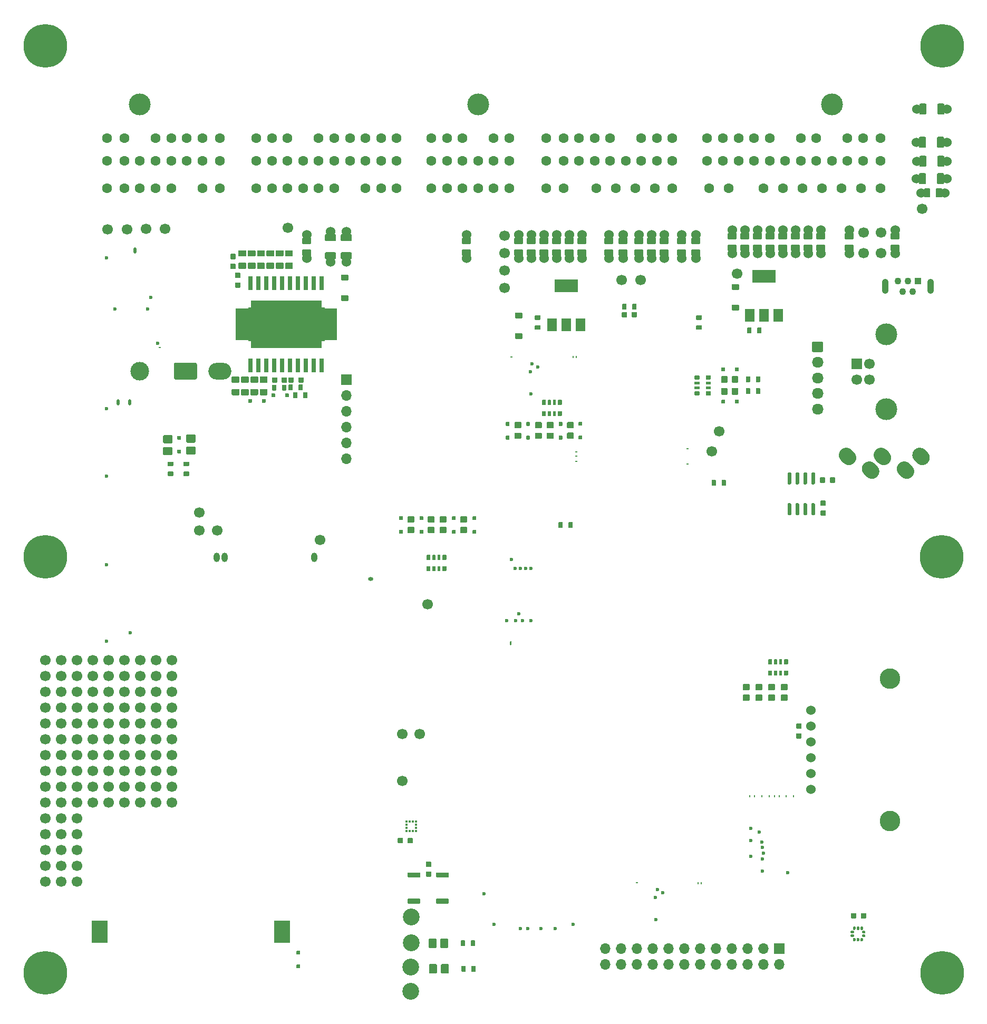
<source format=gts>
G04 #@! TF.GenerationSoftware,KiCad,Pcbnew,(6.0.1)*
G04 #@! TF.CreationDate,2022-03-05T15:20:44+02:00*
G04 #@! TF.ProjectId,hellen72_NB2,68656c6c-656e-4373-925f-4e42322e6b69,b*
G04 #@! TF.SameCoordinates,PX141ef50PYa2cc1bc*
G04 #@! TF.FileFunction,Soldermask,Top*
G04 #@! TF.FilePolarity,Negative*
%FSLAX46Y46*%
G04 Gerber Fmt 4.6, Leading zero omitted, Abs format (unit mm)*
G04 Created by KiCad (PCBNEW (6.0.1)) date 2022-03-05 15:20:44*
%MOMM*%
%LPD*%
G01*
G04 APERTURE LIST*
%ADD10C,0.010000*%
%ADD11C,0.599999*%
%ADD12C,1.524000*%
%ADD13O,0.499999X0.250000*%
%ADD14C,1.700000*%
%ADD15R,1.700000X1.700000*%
%ADD16O,1.700000X1.700000*%
%ADD17C,2.700000*%
%ADD18O,1.000001X1.500000*%
%ADD19O,0.800001X0.599999*%
%ADD20C,3.500000*%
%ADD21C,1.600000*%
%ADD22R,1.100000X1.100000*%
%ADD23C,1.100000*%
%ADD24O,1.100000X2.400000*%
%ADD25O,0.250000X0.499999*%
%ADD26C,3.302000*%
%ADD27C,3.000000*%
%ADD28O,3.700000X2.700000*%
%ADD29C,7.000000*%
%ADD30R,0.375000X0.350000*%
%ADD31R,0.350000X0.375000*%
%ADD32R,2.600000X3.600000*%
%ADD33O,0.499999X1.000001*%
%ADD34O,0.499999X0.200000*%
%ADD35R,1.500000X2.000000*%
%ADD36R,3.800000X2.000000*%
%ADD37C,0.600000*%
%ADD38O,0.200000X0.399999*%
%ADD39R,0.800000X2.200000*%
%ADD40R,2.032000X5.080000*%
%ADD41R,11.430000X7.620000*%
%ADD42O,1.850000X1.700000*%
G04 APERTURE END LIST*
D10*
G04 #@! TO.C,U5*
X49372130Y111896940D02*
X49772680Y111896940D01*
X49772680Y111896940D02*
X49772680Y106611020D01*
X49772680Y106611020D02*
X49372130Y106611020D01*
X49372130Y106611020D02*
X49372130Y111896940D01*
G36*
X49772680Y106611020D02*
G01*
X49372130Y106611020D01*
X49372130Y111896940D01*
X49772680Y111896940D01*
X49772680Y106611020D01*
G37*
X49772680Y106611020D02*
X49372130Y106611020D01*
X49372130Y111896940D01*
X49772680Y111896940D01*
X49772680Y106611020D01*
X37568530Y111896940D02*
X37987080Y111896940D01*
X37987080Y111896940D02*
X37987080Y106608480D01*
X37987080Y106608480D02*
X37568530Y106608480D01*
X37568530Y106608480D02*
X37568530Y111896940D01*
G36*
X37987080Y106608480D02*
G01*
X37568530Y106608480D01*
X37568530Y111896940D01*
X37987080Y111896940D01*
X37987080Y106608480D01*
G37*
X37987080Y106608480D02*
X37568530Y106608480D01*
X37568530Y111896940D01*
X37987080Y111896940D01*
X37987080Y106608480D01*
G04 #@! TD*
D11*
G04 #@! TO.C,M4*
X75468535Y17795040D03*
X77043549Y12890031D03*
X89747567Y12899094D03*
X81268539Y12220030D03*
X82443543Y12220030D03*
X84618537Y12220030D03*
X86843539Y12220030D03*
G04 #@! TD*
D12*
G04 #@! TO.C,F6*
X149753680Y132605340D03*
G36*
G01*
X148408690Y133505340D02*
X149098690Y133505340D01*
G75*
G02*
X149328690Y133275340I0J-230000D01*
G01*
X149328690Y131935340D01*
G75*
G02*
X149098690Y131705340I-230000J0D01*
G01*
X148408690Y131705340D01*
G75*
G02*
X148178690Y131935340I0J230000D01*
G01*
X148178690Y133275340D01*
G75*
G02*
X148408690Y133505340I230000J0D01*
G01*
G37*
G36*
G01*
X145508670Y133505340D02*
X146198670Y133505340D01*
G75*
G02*
X146428670Y133275340I0J-230000D01*
G01*
X146428670Y131935340D01*
G75*
G02*
X146198670Y131705340I-230000J0D01*
G01*
X145508670Y131705340D01*
G75*
G02*
X145278670Y131935340I0J230000D01*
G01*
X145278670Y133275340D01*
G75*
G02*
X145508670Y133505340I230000J0D01*
G01*
G37*
X144853680Y132605340D03*
G04 #@! TD*
D13*
G04 #@! TO.C,M9*
X90291681Y87183340D03*
X90291681Y88058340D03*
X90291681Y88758341D03*
X108116679Y89208340D03*
X108116679Y86808337D03*
G04 #@! TD*
D12*
G04 #@! TO.C,R8*
X117331680Y120540340D03*
G36*
G01*
X117956680Y120995339D02*
X116706680Y120995339D01*
G75*
G02*
X116606680Y121095339I0J100000D01*
G01*
X116606680Y121895339D01*
G75*
G02*
X116706680Y121995339I100000J0D01*
G01*
X117956680Y121995339D01*
G75*
G02*
X118056680Y121895339I0J-100000D01*
G01*
X118056680Y121095339D01*
G75*
G02*
X117956680Y120995339I-100000J0D01*
G01*
G37*
G36*
G01*
X117956680Y122895361D02*
X116706680Y122895361D01*
G75*
G02*
X116606680Y122995361I0J100000D01*
G01*
X116606680Y123795361D01*
G75*
G02*
X116706680Y123895361I100000J0D01*
G01*
X117956680Y123895361D01*
G75*
G02*
X118056680Y123795361I0J-100000D01*
G01*
X118056680Y122995361D01*
G75*
G02*
X117956680Y122895361I-100000J0D01*
G01*
G37*
X117331680Y124350340D03*
G04 #@! TD*
G04 #@! TO.C,R32*
G36*
G01*
X142086680Y120995339D02*
X140836680Y120995339D01*
G75*
G02*
X140736680Y121095339I0J100000D01*
G01*
X140736680Y121895339D01*
G75*
G02*
X140836680Y121995339I100000J0D01*
G01*
X142086680Y121995339D01*
G75*
G02*
X142186680Y121895339I0J-100000D01*
G01*
X142186680Y121095339D01*
G75*
G02*
X142086680Y120995339I-100000J0D01*
G01*
G37*
X141461680Y120540340D03*
X141461680Y124350340D03*
G36*
G01*
X142086680Y122895361D02*
X140836680Y122895361D01*
G75*
G02*
X140736680Y122995361I0J100000D01*
G01*
X140736680Y123795361D01*
G75*
G02*
X140836680Y123895361I100000J0D01*
G01*
X142086680Y123895361D01*
G75*
G02*
X142186680Y123795361I0J-100000D01*
G01*
X142186680Y122995361D01*
G75*
G02*
X142086680Y122895361I-100000J0D01*
G01*
G37*
G04 #@! TD*
D14*
G04 #@! TO.C,P5*
X62302380Y35910220D03*
G04 #@! TD*
G04 #@! TO.C,P6*
X62302380Y43412400D03*
G04 #@! TD*
G04 #@! TO.C,R2*
G36*
G01*
X24710000Y87162500D02*
X25490000Y87162500D01*
G75*
G02*
X25560000Y87092500I0J-70000D01*
G01*
X25560000Y86532500D01*
G75*
G02*
X25490000Y86462500I-70000J0D01*
G01*
X24710000Y86462500D01*
G75*
G02*
X24640000Y86532500I0J70000D01*
G01*
X24640000Y87092500D01*
G75*
G02*
X24710000Y87162500I70000J0D01*
G01*
G37*
G36*
G01*
X24710000Y85562500D02*
X25490000Y85562500D01*
G75*
G02*
X25560000Y85492500I0J-70000D01*
G01*
X25560000Y84932500D01*
G75*
G02*
X25490000Y84862500I-70000J0D01*
G01*
X24710000Y84862500D01*
G75*
G02*
X24640000Y84932500I0J70000D01*
G01*
X24640000Y85492500D01*
G75*
G02*
X24710000Y85562500I70000J0D01*
G01*
G37*
G04 #@! TD*
D15*
G04 #@! TO.C,J27*
X53323680Y100347340D03*
D16*
X53323680Y97807340D03*
X53323680Y95267340D03*
X53323680Y92727340D03*
X53323680Y90187340D03*
X53323680Y87647340D03*
G04 #@! TD*
G04 #@! TO.C,R4*
G36*
G01*
X114301680Y84145340D02*
X114301680Y83365340D01*
G75*
G02*
X114231680Y83295340I-70000J0D01*
G01*
X113671680Y83295340D01*
G75*
G02*
X113601680Y83365340I0J70000D01*
G01*
X113601680Y84145340D01*
G75*
G02*
X113671680Y84215340I70000J0D01*
G01*
X114231680Y84215340D01*
G75*
G02*
X114301680Y84145340I0J-70000D01*
G01*
G37*
G36*
G01*
X112701680Y84145340D02*
X112701680Y83365340D01*
G75*
G02*
X112631680Y83295340I-70000J0D01*
G01*
X112071680Y83295340D01*
G75*
G02*
X112001680Y83365340I0J70000D01*
G01*
X112001680Y84145340D01*
G75*
G02*
X112071680Y84215340I70000J0D01*
G01*
X112631680Y84215340D01*
G75*
G02*
X112701680Y84145340I0J-70000D01*
G01*
G37*
G04 #@! TD*
D14*
G04 #@! TO.C,P19*
X43925680Y124731340D03*
G04 #@! TD*
D17*
G04 #@! TO.C,J19*
X63719659Y2136041D03*
G04 #@! TD*
G04 #@! TO.C,C3*
G36*
G01*
X61596678Y25965340D02*
X61596678Y26645340D01*
G75*
G02*
X61681678Y26730340I85000J0D01*
G01*
X62361678Y26730340D01*
G75*
G02*
X62446678Y26645340I0J-85000D01*
G01*
X62446678Y25965340D01*
G75*
G02*
X62361678Y25880340I-85000J0D01*
G01*
X61681678Y25880340D01*
G75*
G02*
X61596678Y25965340I0J85000D01*
G01*
G37*
G36*
G01*
X63176680Y25965340D02*
X63176680Y26645340D01*
G75*
G02*
X63261680Y26730340I85000J0D01*
G01*
X63941680Y26730340D01*
G75*
G02*
X64026680Y26645340I0J-85000D01*
G01*
X64026680Y25965340D01*
G75*
G02*
X63941680Y25880340I-85000J0D01*
G01*
X63261680Y25880340D01*
G75*
G02*
X63176680Y25965340I0J85000D01*
G01*
G37*
G04 #@! TD*
D14*
G04 #@! TO.C,G4*
X20210000Y45097322D03*
X20210000Y47637322D03*
X20210000Y50177322D03*
X20210000Y52717322D03*
X20210000Y55257322D03*
X22750000Y45097322D03*
X22750000Y47637322D03*
X22750000Y50177322D03*
X22750000Y52717322D03*
X22750000Y55257322D03*
X25290000Y45097322D03*
X25290000Y47637322D03*
X25290000Y50177322D03*
X25290000Y52717322D03*
X25290000Y55257322D03*
G04 #@! TD*
G04 #@! TO.C,R9*
G36*
G01*
X124052680Y120995339D02*
X122802680Y120995339D01*
G75*
G02*
X122702680Y121095339I0J100000D01*
G01*
X122702680Y121895339D01*
G75*
G02*
X122802680Y121995339I100000J0D01*
G01*
X124052680Y121995339D01*
G75*
G02*
X124152680Y121895339I0J-100000D01*
G01*
X124152680Y121095339D01*
G75*
G02*
X124052680Y120995339I-100000J0D01*
G01*
G37*
D12*
X123427680Y120540340D03*
G36*
G01*
X124052680Y122895361D02*
X122802680Y122895361D01*
G75*
G02*
X122702680Y122995361I0J100000D01*
G01*
X122702680Y123795361D01*
G75*
G02*
X122802680Y123895361I100000J0D01*
G01*
X124052680Y123895361D01*
G75*
G02*
X124152680Y123795361I0J-100000D01*
G01*
X124152680Y122995361D01*
G75*
G02*
X124052680Y122895361I-100000J0D01*
G01*
G37*
X123427680Y124350340D03*
G04 #@! TD*
D14*
G04 #@! TO.C,P10*
X78723680Y117873340D03*
G04 #@! TD*
G04 #@! TO.C,R21*
G36*
G01*
X43701680Y99445340D02*
X43701680Y98665340D01*
G75*
G02*
X43631680Y98595340I-70000J0D01*
G01*
X43071680Y98595340D01*
G75*
G02*
X43001680Y98665340I0J70000D01*
G01*
X43001680Y99445340D01*
G75*
G02*
X43071680Y99515340I70000J0D01*
G01*
X43631680Y99515340D01*
G75*
G02*
X43701680Y99445340I0J-70000D01*
G01*
G37*
G36*
G01*
X42101680Y99445340D02*
X42101680Y98665340D01*
G75*
G02*
X42031680Y98595340I-70000J0D01*
G01*
X41471680Y98595340D01*
G75*
G02*
X41401680Y98665340I0J70000D01*
G01*
X41401680Y99445340D01*
G75*
G02*
X41471680Y99515340I70000J0D01*
G01*
X42031680Y99515340D01*
G75*
G02*
X42101680Y99445340I0J-70000D01*
G01*
G37*
G04 #@! TD*
G04 #@! TO.C,P12*
X29701680Y79005340D03*
G04 #@! TD*
G04 #@! TO.C,G12*
X12590000Y32397322D03*
X12590000Y34937322D03*
X12590000Y37477322D03*
X12590000Y40017322D03*
X12590000Y42557322D03*
X15130000Y32397322D03*
X15130000Y34937322D03*
X15130000Y37477322D03*
X15130000Y40017322D03*
X15130000Y42557322D03*
X17670000Y32397322D03*
X17670000Y34937322D03*
X17670000Y37477322D03*
X17670000Y40017322D03*
X17670000Y42557322D03*
G04 #@! TD*
D18*
G04 #@! TO.C,M5*
X32559110Y71817999D03*
X33814975Y71817999D03*
X48190001Y71817999D03*
D19*
X57244999Y68321715D03*
G04 #@! TD*
G04 #@! TO.C,D1*
G36*
G01*
X67906019Y6350340D02*
X67906019Y5110340D01*
G75*
G02*
X67776019Y4980340I-130000J0D01*
G01*
X66736019Y4980340D01*
G75*
G02*
X66606019Y5110340I0J130000D01*
G01*
X66606019Y6350340D01*
G75*
G02*
X66736019Y6480340I130000J0D01*
G01*
X67776019Y6480340D01*
G75*
G02*
X67906019Y6350340I0J-130000D01*
G01*
G37*
G36*
G01*
X69806040Y6350340D02*
X69806040Y5110340D01*
G75*
G02*
X69676040Y4980340I-130000J0D01*
G01*
X68636040Y4980340D01*
G75*
G02*
X68506040Y5110340I0J130000D01*
G01*
X68506040Y6350340D01*
G75*
G02*
X68636040Y6480340I130000J0D01*
G01*
X69676040Y6480340D01*
G75*
G02*
X69806040Y6350340I0J-130000D01*
G01*
G37*
G04 #@! TD*
G04 #@! TO.C,R48*
G36*
G01*
X89762680Y120233339D02*
X88512680Y120233339D01*
G75*
G02*
X88412680Y120333339I0J100000D01*
G01*
X88412680Y121133339D01*
G75*
G02*
X88512680Y121233339I100000J0D01*
G01*
X89762680Y121233339D01*
G75*
G02*
X89862680Y121133339I0J-100000D01*
G01*
X89862680Y120333339D01*
G75*
G02*
X89762680Y120233339I-100000J0D01*
G01*
G37*
D12*
X89137680Y119778340D03*
X89137680Y123588340D03*
G36*
G01*
X89762680Y122133361D02*
X88512680Y122133361D01*
G75*
G02*
X88412680Y122233361I0J100000D01*
G01*
X88412680Y123033361D01*
G75*
G02*
X88512680Y123133361I100000J0D01*
G01*
X89762680Y123133361D01*
G75*
G02*
X89862680Y123033361I0J-100000D01*
G01*
X89862680Y122233361D01*
G75*
G02*
X89762680Y122133361I-100000J0D01*
G01*
G37*
G04 #@! TD*
G04 #@! TO.C,D15*
G36*
G01*
X61811889Y75639340D02*
X61811889Y76119340D01*
G75*
G02*
X61871889Y76179340I60000J0D01*
G01*
X62351889Y76179340D01*
G75*
G02*
X62411889Y76119340I0J-60000D01*
G01*
X62411889Y75639340D01*
G75*
G02*
X62351889Y75579340I-60000J0D01*
G01*
X61871889Y75579340D01*
G75*
G02*
X61811889Y75639340I0J60000D01*
G01*
G37*
G36*
G01*
X61811889Y77839340D02*
X61811889Y78319340D01*
G75*
G02*
X61871889Y78379340I60000J0D01*
G01*
X62351889Y78379340D01*
G75*
G02*
X62411889Y78319340I0J-60000D01*
G01*
X62411889Y77839340D01*
G75*
G02*
X62351889Y77779340I-60000J0D01*
G01*
X61871889Y77779340D01*
G75*
G02*
X61811889Y77839340I0J60000D01*
G01*
G37*
G04 #@! TD*
G04 #@! TO.C,C7*
G36*
G01*
X34790197Y120526785D02*
X35470197Y120526785D01*
G75*
G02*
X35555197Y120441785I0J-85000D01*
G01*
X35555197Y119761785D01*
G75*
G02*
X35470197Y119676785I-85000J0D01*
G01*
X34790197Y119676785D01*
G75*
G02*
X34705197Y119761785I0J85000D01*
G01*
X34705197Y120441785D01*
G75*
G02*
X34790197Y120526785I85000J0D01*
G01*
G37*
G36*
G01*
X34790197Y118946783D02*
X35470197Y118946783D01*
G75*
G02*
X35555197Y118861783I0J-85000D01*
G01*
X35555197Y118181783D01*
G75*
G02*
X35470197Y118096783I-85000J0D01*
G01*
X34790197Y118096783D01*
G75*
G02*
X34705197Y118181783I0J85000D01*
G01*
X34705197Y118861783D01*
G75*
G02*
X34790197Y118946783I85000J0D01*
G01*
G37*
G04 #@! TD*
G04 #@! TO.C,C1*
G36*
G01*
X66211680Y22945341D02*
X66891680Y22945341D01*
G75*
G02*
X66976680Y22860341I0J-85000D01*
G01*
X66976680Y22180341D01*
G75*
G02*
X66891680Y22095341I-85000J0D01*
G01*
X66211680Y22095341D01*
G75*
G02*
X66126680Y22180341I0J85000D01*
G01*
X66126680Y22860341D01*
G75*
G02*
X66211680Y22945341I85000J0D01*
G01*
G37*
G36*
G01*
X66211680Y21365339D02*
X66891680Y21365339D01*
G75*
G02*
X66976680Y21280339I0J-85000D01*
G01*
X66976680Y20600339D01*
G75*
G02*
X66891680Y20515339I-85000J0D01*
G01*
X66211680Y20515339D01*
G75*
G02*
X66126680Y20600339I0J85000D01*
G01*
X66126680Y21280339D01*
G75*
G02*
X66211680Y21365339I85000J0D01*
G01*
G37*
G04 #@! TD*
G04 #@! TO.C,D35*
G36*
G01*
X115297680Y115655340D02*
X116317680Y115655340D01*
G75*
G02*
X116407680Y115565340I0J-90000D01*
G01*
X116407680Y114845340D01*
G75*
G02*
X116317680Y114755340I-90000J0D01*
G01*
X115297680Y114755340D01*
G75*
G02*
X115207680Y114845340I0J90000D01*
G01*
X115207680Y115565340D01*
G75*
G02*
X115297680Y115655340I90000J0D01*
G01*
G37*
G36*
G01*
X115297680Y112355340D02*
X116317680Y112355340D01*
G75*
G02*
X116407680Y112265340I0J-90000D01*
G01*
X116407680Y111545340D01*
G75*
G02*
X116317680Y111455340I-90000J0D01*
G01*
X115297680Y111455340D01*
G75*
G02*
X115207680Y111545340I0J90000D01*
G01*
X115207680Y112265340D01*
G75*
G02*
X115297680Y112355340I90000J0D01*
G01*
G37*
G04 #@! TD*
D14*
G04 #@! TO.C,P15*
X78723680Y115079340D03*
G04 #@! TD*
G04 #@! TO.C,S1*
G36*
G01*
X63281680Y21205341D02*
X65121680Y21205341D01*
G75*
G02*
X65201680Y21125341I0J-80000D01*
G01*
X65201680Y20485341D01*
G75*
G02*
X65121680Y20405341I-80000J0D01*
G01*
X63281680Y20405341D01*
G75*
G02*
X63201680Y20485341I0J80000D01*
G01*
X63201680Y21125341D01*
G75*
G02*
X63281680Y21205341I80000J0D01*
G01*
G37*
G36*
G01*
X63281680Y17005340D02*
X65121680Y17005340D01*
G75*
G02*
X65201680Y16925340I0J-80000D01*
G01*
X65201680Y16285340D01*
G75*
G02*
X65121680Y16205340I-80000J0D01*
G01*
X63281680Y16205340D01*
G75*
G02*
X63201680Y16285340I0J80000D01*
G01*
X63201680Y16925340D01*
G75*
G02*
X63281680Y17005340I80000J0D01*
G01*
G37*
G04 #@! TD*
G04 #@! TO.C,D6*
G36*
G01*
X72611887Y75679341D02*
X71711887Y75679341D01*
G75*
G02*
X71611887Y75779341I0J100000D01*
G01*
X71611887Y76579341D01*
G75*
G02*
X71711887Y76679341I100000J0D01*
G01*
X72611887Y76679341D01*
G75*
G02*
X72711887Y76579341I0J-100000D01*
G01*
X72711887Y75779341D01*
G75*
G02*
X72611887Y75679341I-100000J0D01*
G01*
G37*
G36*
G01*
X72611887Y77379341D02*
X71711887Y77379341D01*
G75*
G02*
X71611887Y77479341I0J100000D01*
G01*
X71611887Y78279341D01*
G75*
G02*
X71711887Y78379341I100000J0D01*
G01*
X72611887Y78379341D01*
G75*
G02*
X72711887Y78279341I0J-100000D01*
G01*
X72711887Y77479341D01*
G75*
G02*
X72611887Y77379341I-100000J0D01*
G01*
G37*
G04 #@! TD*
G04 #@! TO.C,C4*
G36*
G01*
X131806682Y84545340D02*
X131806682Y83865340D01*
G75*
G02*
X131721682Y83780340I-85000J0D01*
G01*
X131041682Y83780340D01*
G75*
G02*
X130956682Y83865340I0J85000D01*
G01*
X130956682Y84545340D01*
G75*
G02*
X131041682Y84630340I85000J0D01*
G01*
X131721682Y84630340D01*
G75*
G02*
X131806682Y84545340I0J-85000D01*
G01*
G37*
G36*
G01*
X130226680Y84545340D02*
X130226680Y83865340D01*
G75*
G02*
X130141680Y83780340I-85000J0D01*
G01*
X129461680Y83780340D01*
G75*
G02*
X129376680Y83865340I0J85000D01*
G01*
X129376680Y84545340D01*
G75*
G02*
X129461680Y84630340I85000J0D01*
G01*
X130141680Y84630340D01*
G75*
G02*
X130226680Y84545340I0J-85000D01*
G01*
G37*
G04 #@! TD*
G04 #@! TO.C,D12*
G36*
G01*
X73597680Y75639340D02*
X73597680Y76119340D01*
G75*
G02*
X73657680Y76179340I60000J0D01*
G01*
X74137680Y76179340D01*
G75*
G02*
X74197680Y76119340I0J-60000D01*
G01*
X74197680Y75639340D01*
G75*
G02*
X74137680Y75579340I-60000J0D01*
G01*
X73657680Y75579340D01*
G75*
G02*
X73597680Y75639340I0J60000D01*
G01*
G37*
G36*
G01*
X73597680Y77839340D02*
X73597680Y78319340D01*
G75*
G02*
X73657680Y78379340I60000J0D01*
G01*
X74137680Y78379340D01*
G75*
G02*
X74197680Y78319340I0J-60000D01*
G01*
X74197680Y77839340D01*
G75*
G02*
X74137680Y77779340I-60000J0D01*
G01*
X73657680Y77779340D01*
G75*
G02*
X73597680Y77839340I0J60000D01*
G01*
G37*
G04 #@! TD*
D20*
G04 #@! TO.C,P2*
X131301680Y144555340D03*
X74501680Y144555340D03*
X20201680Y144555340D03*
D21*
X14901680Y139105340D03*
X17701680Y139105340D03*
X22701680Y139105340D03*
X25201680Y139105340D03*
X27701680Y139105340D03*
X30201680Y139105340D03*
X33001680Y139105340D03*
X38901680Y139105340D03*
X41401680Y139105340D03*
X43901680Y139105340D03*
X48901680Y139105340D03*
X51401680Y139105340D03*
X53901680Y139105340D03*
X56401680Y139105340D03*
X58901680Y139105340D03*
X61401680Y139105340D03*
X67001680Y139105340D03*
X69501680Y139105340D03*
X72001680Y139105340D03*
X77001680Y139105340D03*
X79501680Y139105340D03*
X85401680Y139105340D03*
X88201680Y139105340D03*
X90701680Y139105340D03*
X93201680Y139105340D03*
X95701680Y139105340D03*
X100701680Y139105340D03*
X103201680Y139105340D03*
X105701680Y139105340D03*
X111301680Y139105340D03*
X113801680Y139105340D03*
X116301680Y139105340D03*
X118801680Y139105340D03*
X121301680Y139105340D03*
X126301680Y139105340D03*
X128801680Y139105340D03*
X133801680Y139105340D03*
X136301680Y139105340D03*
X139101680Y139105340D03*
X14901680Y135505340D03*
X17701680Y135505340D03*
X20201680Y135505340D03*
X22701680Y135505340D03*
X25201680Y135505340D03*
X27701680Y135505340D03*
X30201680Y135505340D03*
X33001680Y135505340D03*
X38901680Y135505340D03*
X41401680Y135505340D03*
X43901680Y135505340D03*
X46401680Y135505340D03*
X48901680Y135505340D03*
X51401680Y135505340D03*
X53901680Y135505340D03*
X56401680Y135505340D03*
X58901680Y135505340D03*
X61401680Y135505340D03*
X67001680Y135505340D03*
X69501680Y135505340D03*
X72001680Y135505340D03*
X74501680Y135505340D03*
X77001680Y135505340D03*
X79501680Y135505340D03*
X85401680Y135505340D03*
X88201680Y135505340D03*
X90701680Y135505340D03*
X93201680Y135505340D03*
X95701680Y135505340D03*
X98201680Y135505340D03*
X100701680Y135505340D03*
X103201680Y135505340D03*
X105701680Y135505340D03*
X111301680Y135505340D03*
X113801680Y135505340D03*
X116301680Y135505340D03*
X118801680Y135505340D03*
X121301680Y135505340D03*
X123801680Y135505340D03*
X126301680Y135505340D03*
X128801680Y135505340D03*
X131301680Y135505340D03*
X133801680Y135505340D03*
X136301680Y135505340D03*
X139101680Y135505340D03*
X14901680Y131105340D03*
X17701680Y131105340D03*
X20201680Y131105340D03*
X22701680Y131105340D03*
X25201680Y131105340D03*
X30201680Y131105340D03*
X33001680Y131105340D03*
X38901680Y131105340D03*
X41401680Y131105340D03*
X43901680Y131105340D03*
X46401680Y131105340D03*
X48901680Y131105340D03*
X51401680Y131105340D03*
X56401680Y131105340D03*
X58901680Y131105340D03*
X61401680Y131105340D03*
X67001680Y131105340D03*
X69501680Y131105340D03*
X72001680Y131105340D03*
X74501680Y131105340D03*
X77001680Y131105340D03*
X79501680Y131105340D03*
X85401680Y131105340D03*
X88201680Y131105340D03*
X93511680Y131105340D03*
X96641680Y131105340D03*
X99771680Y131105340D03*
X102901680Y131105340D03*
X105701680Y131105340D03*
X111601680Y131105340D03*
X114731680Y131105340D03*
X120321680Y131105340D03*
X123451680Y131105340D03*
X126581680Y131105340D03*
X129711680Y131105340D03*
X132841680Y131105340D03*
X135971680Y131105340D03*
X139101680Y131105340D03*
G04 #@! TD*
G04 #@! TO.C,D22*
G36*
G01*
X82819177Y93457841D02*
X82819177Y92977841D01*
G75*
G02*
X82759177Y92917841I-60000J0D01*
G01*
X82279177Y92917841D01*
G75*
G02*
X82219177Y92977841I0J60000D01*
G01*
X82219177Y93457841D01*
G75*
G02*
X82279177Y93517841I60000J0D01*
G01*
X82759177Y93517841D01*
G75*
G02*
X82819177Y93457841I0J-60000D01*
G01*
G37*
G36*
G01*
X82819177Y91257841D02*
X82819177Y90777841D01*
G75*
G02*
X82759177Y90717841I-60000J0D01*
G01*
X82279177Y90717841D01*
G75*
G02*
X82219177Y90777841I0J60000D01*
G01*
X82219177Y91257841D01*
G75*
G02*
X82279177Y91317841I60000J0D01*
G01*
X82759177Y91317841D01*
G75*
G02*
X82819177Y91257841I0J-60000D01*
G01*
G37*
G04 #@! TD*
D14*
G04 #@! TO.C,P56*
X139175680Y123969340D03*
G04 #@! TD*
G04 #@! TO.C,P52*
X100567680Y116349340D03*
G04 #@! TD*
G04 #@! TO.C,D11*
G36*
G01*
X28995000Y90212521D02*
X27755000Y90212521D01*
G75*
G02*
X27625000Y90342521I0J130000D01*
G01*
X27625000Y91382521D01*
G75*
G02*
X27755000Y91512521I130000J0D01*
G01*
X28995000Y91512521D01*
G75*
G02*
X29125000Y91382521I0J-130000D01*
G01*
X29125000Y90342521D01*
G75*
G02*
X28995000Y90212521I-130000J0D01*
G01*
G37*
G36*
G01*
X28995000Y88312500D02*
X27755000Y88312500D01*
G75*
G02*
X27625000Y88442500I0J130000D01*
G01*
X27625000Y89482500D01*
G75*
G02*
X27755000Y89612500I130000J0D01*
G01*
X28995000Y89612500D01*
G75*
G02*
X29125000Y89482500I0J-130000D01*
G01*
X29125000Y88442500D01*
G75*
G02*
X28995000Y88312500I-130000J0D01*
G01*
G37*
G04 #@! TD*
G04 #@! TO.C,C17*
G36*
G01*
X39526680Y100830340D02*
X40576680Y100830340D01*
G75*
G02*
X40676680Y100730340I0J-100000D01*
G01*
X40676680Y99930340D01*
G75*
G02*
X40576680Y99830340I-100000J0D01*
G01*
X39526680Y99830340D01*
G75*
G02*
X39426680Y99930340I0J100000D01*
G01*
X39426680Y100730340D01*
G75*
G02*
X39526680Y100830340I100000J0D01*
G01*
G37*
G36*
G01*
X39526680Y98830340D02*
X40576680Y98830340D01*
G75*
G02*
X40676680Y98730340I0J-100000D01*
G01*
X40676680Y97930340D01*
G75*
G02*
X40576680Y97830340I-100000J0D01*
G01*
X39526680Y97830340D01*
G75*
G02*
X39426680Y97930340I0J100000D01*
G01*
X39426680Y98730340D01*
G75*
G02*
X39526680Y98830340I100000J0D01*
G01*
G37*
G04 #@! TD*
G04 #@! TO.C,P13*
X32601680Y76105340D03*
G04 #@! TD*
D12*
G04 #@! TO.C,R11*
X134095680Y120540340D03*
G36*
G01*
X134720680Y120995339D02*
X133470680Y120995339D01*
G75*
G02*
X133370680Y121095339I0J100000D01*
G01*
X133370680Y121895339D01*
G75*
G02*
X133470680Y121995339I100000J0D01*
G01*
X134720680Y121995339D01*
G75*
G02*
X134820680Y121895339I0J-100000D01*
G01*
X134820680Y121095339D01*
G75*
G02*
X134720680Y120995339I-100000J0D01*
G01*
G37*
X134095680Y124350340D03*
G36*
G01*
X134720680Y122895361D02*
X133470680Y122895361D01*
G75*
G02*
X133370680Y122995361I0J100000D01*
G01*
X133370680Y123795361D01*
G75*
G02*
X133470680Y123895361I100000J0D01*
G01*
X134720680Y123895361D01*
G75*
G02*
X134820680Y123795361I0J-100000D01*
G01*
X134820680Y122995361D01*
G75*
G02*
X134720680Y122895361I-100000J0D01*
G01*
G37*
G04 #@! TD*
G04 #@! TO.C,R6*
G36*
G01*
X69401680Y72118340D02*
X69401680Y71448340D01*
G75*
G02*
X69336680Y71383340I-65000J0D01*
G01*
X68816680Y71383340D01*
G75*
G02*
X68751680Y71448340I0J65000D01*
G01*
X68751680Y72118340D01*
G75*
G02*
X68816680Y72183340I65000J0D01*
G01*
X69336680Y72183340D01*
G75*
G02*
X69401680Y72118340I0J-65000D01*
G01*
G37*
G36*
G01*
X68426680Y72138340D02*
X68426680Y71428340D01*
G75*
G02*
X68381680Y71383340I-45000J0D01*
G01*
X68021680Y71383340D01*
G75*
G02*
X67976680Y71428340I0J45000D01*
G01*
X67976680Y72138340D01*
G75*
G02*
X68021680Y72183340I45000J0D01*
G01*
X68381680Y72183340D01*
G75*
G02*
X68426680Y72138340I0J-45000D01*
G01*
G37*
G36*
G01*
X67626680Y72138340D02*
X67626680Y71428340D01*
G75*
G02*
X67581680Y71383340I-45000J0D01*
G01*
X67221680Y71383340D01*
G75*
G02*
X67176680Y71428340I0J45000D01*
G01*
X67176680Y72138340D01*
G75*
G02*
X67221680Y72183340I45000J0D01*
G01*
X67581680Y72183340D01*
G75*
G02*
X67626680Y72138340I0J-45000D01*
G01*
G37*
G36*
G01*
X66851680Y72118340D02*
X66851680Y71448340D01*
G75*
G02*
X66786680Y71383340I-65000J0D01*
G01*
X66266680Y71383340D01*
G75*
G02*
X66201680Y71448340I0J65000D01*
G01*
X66201680Y72118340D01*
G75*
G02*
X66266680Y72183340I65000J0D01*
G01*
X66786680Y72183340D01*
G75*
G02*
X66851680Y72118340I0J-65000D01*
G01*
G37*
G36*
G01*
X66851680Y70318340D02*
X66851680Y69648340D01*
G75*
G02*
X66786680Y69583340I-65000J0D01*
G01*
X66266680Y69583340D01*
G75*
G02*
X66201680Y69648340I0J65000D01*
G01*
X66201680Y70318340D01*
G75*
G02*
X66266680Y70383340I65000J0D01*
G01*
X66786680Y70383340D01*
G75*
G02*
X66851680Y70318340I0J-65000D01*
G01*
G37*
G36*
G01*
X67626680Y70338340D02*
X67626680Y69628340D01*
G75*
G02*
X67581680Y69583340I-45000J0D01*
G01*
X67221680Y69583340D01*
G75*
G02*
X67176680Y69628340I0J45000D01*
G01*
X67176680Y70338340D01*
G75*
G02*
X67221680Y70383340I45000J0D01*
G01*
X67581680Y70383340D01*
G75*
G02*
X67626680Y70338340I0J-45000D01*
G01*
G37*
G36*
G01*
X68426680Y70338340D02*
X68426680Y69628340D01*
G75*
G02*
X68381680Y69583340I-45000J0D01*
G01*
X68021680Y69583340D01*
G75*
G02*
X67976680Y69628340I0J45000D01*
G01*
X67976680Y70338340D01*
G75*
G02*
X68021680Y70383340I45000J0D01*
G01*
X68381680Y70383340D01*
G75*
G02*
X68426680Y70338340I0J-45000D01*
G01*
G37*
G36*
G01*
X69401680Y70318340D02*
X69401680Y69648340D01*
G75*
G02*
X69336680Y69583340I-65000J0D01*
G01*
X68816680Y69583340D01*
G75*
G02*
X68751680Y69648340I0J65000D01*
G01*
X68751680Y70318340D01*
G75*
G02*
X68816680Y70383340I65000J0D01*
G01*
X69336680Y70383340D01*
G75*
G02*
X69401680Y70318340I0J-65000D01*
G01*
G37*
G04 #@! TD*
D17*
G04 #@! TO.C,J20*
X63719659Y6008843D03*
G04 #@! TD*
G04 #@! TO.C,R43*
G36*
G01*
X47598680Y120233339D02*
X46348680Y120233339D01*
G75*
G02*
X46248680Y120333339I0J100000D01*
G01*
X46248680Y121133339D01*
G75*
G02*
X46348680Y121233339I100000J0D01*
G01*
X47598680Y121233339D01*
G75*
G02*
X47698680Y121133339I0J-100000D01*
G01*
X47698680Y120333339D01*
G75*
G02*
X47598680Y120233339I-100000J0D01*
G01*
G37*
D12*
X46973680Y119778340D03*
G36*
G01*
X47598680Y122133361D02*
X46348680Y122133361D01*
G75*
G02*
X46248680Y122233361I0J100000D01*
G01*
X46248680Y123033361D01*
G75*
G02*
X46348680Y123133361I100000J0D01*
G01*
X47598680Y123133361D01*
G75*
G02*
X47698680Y123033361I0J-100000D01*
G01*
X47698680Y122233361D01*
G75*
G02*
X47598680Y122133361I-100000J0D01*
G01*
G37*
X46973680Y123588340D03*
G04 #@! TD*
D22*
G04 #@! TO.C,J1*
X145101680Y116180340D03*
D23*
X144301680Y114430340D03*
X143501680Y116180340D03*
X142701680Y114430340D03*
X141901680Y116180340D03*
D24*
X147151680Y115305340D03*
X139851680Y115305340D03*
G04 #@! TD*
G04 #@! TO.C,R30*
G36*
G01*
X126084680Y120995339D02*
X124834680Y120995339D01*
G75*
G02*
X124734680Y121095339I0J100000D01*
G01*
X124734680Y121895339D01*
G75*
G02*
X124834680Y121995339I100000J0D01*
G01*
X126084680Y121995339D01*
G75*
G02*
X126184680Y121895339I0J-100000D01*
G01*
X126184680Y121095339D01*
G75*
G02*
X126084680Y120995339I-100000J0D01*
G01*
G37*
D12*
X125459680Y120540340D03*
G36*
G01*
X126084680Y122895361D02*
X124834680Y122895361D01*
G75*
G02*
X124734680Y122995361I0J100000D01*
G01*
X124734680Y123795361D01*
G75*
G02*
X124834680Y123895361I100000J0D01*
G01*
X126084680Y123895361D01*
G75*
G02*
X126184680Y123795361I0J-100000D01*
G01*
X126184680Y122995361D01*
G75*
G02*
X126084680Y122895361I-100000J0D01*
G01*
G37*
X125459680Y124350340D03*
G04 #@! TD*
G04 #@! TO.C,F5*
X50783680Y124133340D03*
G36*
G01*
X49883680Y122788350D02*
X49883680Y123478350D01*
G75*
G02*
X50113680Y123708350I230000J0D01*
G01*
X51453680Y123708350D01*
G75*
G02*
X51683680Y123478350I0J-230000D01*
G01*
X51683680Y122788350D01*
G75*
G02*
X51453680Y122558350I-230000J0D01*
G01*
X50113680Y122558350D01*
G75*
G02*
X49883680Y122788350I0J230000D01*
G01*
G37*
X50783680Y119233340D03*
G36*
G01*
X49883680Y119888330D02*
X49883680Y120578330D01*
G75*
G02*
X50113680Y120808330I230000J0D01*
G01*
X51453680Y120808330D01*
G75*
G02*
X51683680Y120578330I0J-230000D01*
G01*
X51683680Y119888330D01*
G75*
G02*
X51453680Y119658330I-230000J0D01*
G01*
X50113680Y119658330D01*
G75*
G02*
X49883680Y119888330I0J230000D01*
G01*
G37*
G04 #@! TD*
G04 #@! TO.C,R34*
X129523680Y120540340D03*
G36*
G01*
X130148680Y120995339D02*
X128898680Y120995339D01*
G75*
G02*
X128798680Y121095339I0J100000D01*
G01*
X128798680Y121895339D01*
G75*
G02*
X128898680Y121995339I100000J0D01*
G01*
X130148680Y121995339D01*
G75*
G02*
X130248680Y121895339I0J-100000D01*
G01*
X130248680Y121095339D01*
G75*
G02*
X130148680Y120995339I-100000J0D01*
G01*
G37*
X129523680Y124350340D03*
G36*
G01*
X130148680Y122895361D02*
X128898680Y122895361D01*
G75*
G02*
X128798680Y122995361I0J100000D01*
G01*
X128798680Y123795361D01*
G75*
G02*
X128898680Y123895361I100000J0D01*
G01*
X130148680Y123895361D01*
G75*
G02*
X130248680Y123795361I0J-100000D01*
G01*
X130248680Y122995361D01*
G75*
G02*
X130148680Y122895361I-100000J0D01*
G01*
G37*
G04 #@! TD*
G04 #@! TO.C,D30*
G36*
G01*
X113611680Y97092837D02*
X114091680Y97092837D01*
G75*
G02*
X114151680Y97032837I0J-60000D01*
G01*
X114151680Y96552837D01*
G75*
G02*
X114091680Y96492837I-60000J0D01*
G01*
X113611680Y96492837D01*
G75*
G02*
X113551680Y96552837I0J60000D01*
G01*
X113551680Y97032837D01*
G75*
G02*
X113611680Y97092837I60000J0D01*
G01*
G37*
G36*
G01*
X115811680Y97092837D02*
X116291680Y97092837D01*
G75*
G02*
X116351680Y97032837I0J-60000D01*
G01*
X116351680Y96552837D01*
G75*
G02*
X116291680Y96492837I-60000J0D01*
G01*
X115811680Y96492837D01*
G75*
G02*
X115751680Y96552837I0J60000D01*
G01*
X115751680Y97032837D01*
G75*
G02*
X115811680Y97092837I60000J0D01*
G01*
G37*
G04 #@! TD*
D15*
G04 #@! TO.C,J5*
X135316680Y102855340D03*
D14*
X135316680Y100355340D03*
X137316680Y100355340D03*
X137316680Y102855340D03*
D20*
X140026680Y95585340D03*
X140026680Y107625340D03*
G04 #@! TD*
D14*
G04 #@! TO.C,P4*
X65112640Y43410220D03*
G04 #@! TD*
D13*
G04 #@! TO.C,M8*
X79890186Y103998674D03*
D25*
X90240180Y103948676D03*
X89740179Y103948676D03*
D11*
X83190182Y102898678D03*
X84065184Y102373678D03*
X82890180Y101623680D03*
X82965183Y98073679D03*
G04 #@! TD*
D26*
G04 #@! TO.C,U2*
X140601680Y52290340D03*
X140601680Y29430340D03*
D12*
X127901680Y47210340D03*
X127901680Y44670340D03*
X127901680Y42130340D03*
X127901680Y39590340D03*
X127901680Y37050340D03*
X127901680Y34510340D03*
G04 #@! TD*
G04 #@! TO.C,R17*
G36*
G01*
X101720680Y123133341D02*
X102970680Y123133341D01*
G75*
G02*
X103070680Y123033341I0J-100000D01*
G01*
X103070680Y122233341D01*
G75*
G02*
X102970680Y122133341I-100000J0D01*
G01*
X101720680Y122133341D01*
G75*
G02*
X101620680Y122233341I0J100000D01*
G01*
X101620680Y123033341D01*
G75*
G02*
X101720680Y123133341I100000J0D01*
G01*
G37*
X102345680Y123588340D03*
X102345680Y119778340D03*
G36*
G01*
X101720680Y121233319D02*
X102970680Y121233319D01*
G75*
G02*
X103070680Y121133319I0J-100000D01*
G01*
X103070680Y120333319D01*
G75*
G02*
X102970680Y120233319I-100000J0D01*
G01*
X101720680Y120233319D01*
G75*
G02*
X101620680Y120333319I0J100000D01*
G01*
X101620680Y121133319D01*
G75*
G02*
X101720680Y121233319I100000J0D01*
G01*
G37*
G04 #@! TD*
D14*
G04 #@! TO.C,G6*
X4970000Y45097322D03*
X4970000Y47637322D03*
X4970000Y50177322D03*
X4970000Y52717322D03*
X4970000Y55257322D03*
X7510000Y45097322D03*
X7510000Y47637322D03*
X7510000Y50177322D03*
X7510000Y52717322D03*
X7510000Y55257322D03*
X10050000Y45097322D03*
X10050000Y47637322D03*
X10050000Y50177322D03*
X10050000Y52717322D03*
X10050000Y55257322D03*
G04 #@! TD*
G04 #@! TO.C,P21*
X14999680Y124477340D03*
G04 #@! TD*
D13*
G04 #@! TO.C,M13*
X99993545Y19553554D03*
D25*
X110343539Y19503556D03*
X109843538Y19503556D03*
D11*
X103293541Y18453558D03*
X104168543Y17928558D03*
X102993539Y17178560D03*
X103068542Y13628559D03*
G04 #@! TD*
G04 #@! TO.C,S2*
G36*
G01*
X67856680Y21205341D02*
X69696680Y21205341D01*
G75*
G02*
X69776680Y21125341I0J-80000D01*
G01*
X69776680Y20485341D01*
G75*
G02*
X69696680Y20405341I-80000J0D01*
G01*
X67856680Y20405341D01*
G75*
G02*
X67776680Y20485341I0J80000D01*
G01*
X67776680Y21125341D01*
G75*
G02*
X67856680Y21205341I80000J0D01*
G01*
G37*
G36*
G01*
X67856680Y17005340D02*
X69696680Y17005340D01*
G75*
G02*
X69776680Y16925340I0J-80000D01*
G01*
X69776680Y16285340D01*
G75*
G02*
X69696680Y16205340I-80000J0D01*
G01*
X67856680Y16205340D01*
G75*
G02*
X67776680Y16285340I0J80000D01*
G01*
X67776680Y16925340D01*
G75*
G02*
X67856680Y17005340I80000J0D01*
G01*
G37*
G04 #@! TD*
D14*
G04 #@! TO.C,P11*
X29701680Y76105340D03*
G04 #@! TD*
D27*
G04 #@! TO.C,J3*
X20201680Y101705340D03*
G36*
G01*
X29101679Y100355340D02*
X25901681Y100355340D01*
G75*
G02*
X25651680Y100605341I0J250001D01*
G01*
X25651680Y102805339D01*
G75*
G02*
X25901681Y103055340I250001J0D01*
G01*
X29101679Y103055340D01*
G75*
G02*
X29351680Y102805339I0J-250001D01*
G01*
X29351680Y100605341D01*
G75*
G02*
X29101679Y100355340I-250001J0D01*
G01*
G37*
D28*
X33001680Y101705340D03*
G04 #@! TD*
D14*
G04 #@! TO.C,P50*
X145779680Y127779340D03*
G04 #@! TD*
G04 #@! TO.C,R40*
G36*
G01*
X119988680Y120995339D02*
X118738680Y120995339D01*
G75*
G02*
X118638680Y121095339I0J100000D01*
G01*
X118638680Y121895339D01*
G75*
G02*
X118738680Y121995339I100000J0D01*
G01*
X119988680Y121995339D01*
G75*
G02*
X120088680Y121895339I0J-100000D01*
G01*
X120088680Y121095339D01*
G75*
G02*
X119988680Y120995339I-100000J0D01*
G01*
G37*
D12*
X119363680Y120540340D03*
G36*
G01*
X119988680Y122895361D02*
X118738680Y122895361D01*
G75*
G02*
X118638680Y122995361I0J100000D01*
G01*
X118638680Y123795361D01*
G75*
G02*
X118738680Y123895361I100000J0D01*
G01*
X119988680Y123895361D01*
G75*
G02*
X120088680Y123795361I0J-100000D01*
G01*
X120088680Y122995361D01*
G75*
G02*
X119988680Y122895361I-100000J0D01*
G01*
G37*
X119363680Y124350340D03*
G04 #@! TD*
G04 #@! TO.C,F4*
X53323680Y124133340D03*
G36*
G01*
X52423680Y122788350D02*
X52423680Y123478350D01*
G75*
G02*
X52653680Y123708350I230000J0D01*
G01*
X53993680Y123708350D01*
G75*
G02*
X54223680Y123478350I0J-230000D01*
G01*
X54223680Y122788350D01*
G75*
G02*
X53993680Y122558350I-230000J0D01*
G01*
X52653680Y122558350D01*
G75*
G02*
X52423680Y122788350I0J230000D01*
G01*
G37*
X53323680Y119233340D03*
G36*
G01*
X52423680Y119888330D02*
X52423680Y120578330D01*
G75*
G02*
X52653680Y120808330I230000J0D01*
G01*
X53993680Y120808330D01*
G75*
G02*
X54223680Y120578330I0J-230000D01*
G01*
X54223680Y119888330D01*
G75*
G02*
X53993680Y119658330I-230000J0D01*
G01*
X52653680Y119658330D01*
G75*
G02*
X52423680Y119888330I0J230000D01*
G01*
G37*
G04 #@! TD*
G04 #@! TO.C,D23*
G36*
G01*
X79531680Y93459340D02*
X79531680Y92979340D01*
G75*
G02*
X79471680Y92919340I-60000J0D01*
G01*
X78991680Y92919340D01*
G75*
G02*
X78931680Y92979340I0J60000D01*
G01*
X78931680Y93459340D01*
G75*
G02*
X78991680Y93519340I60000J0D01*
G01*
X79471680Y93519340D01*
G75*
G02*
X79531680Y93459340I0J-60000D01*
G01*
G37*
G36*
G01*
X79531680Y91259340D02*
X79531680Y90779340D01*
G75*
G02*
X79471680Y90719340I-60000J0D01*
G01*
X78991680Y90719340D01*
G75*
G02*
X78931680Y90779340I0J60000D01*
G01*
X78931680Y91259340D01*
G75*
G02*
X78991680Y91319340I60000J0D01*
G01*
X79471680Y91319340D01*
G75*
G02*
X79531680Y91259340I0J-60000D01*
G01*
G37*
G04 #@! TD*
G04 #@! TO.C,D26*
G36*
G01*
X113551681Y99905342D02*
X113551681Y100805342D01*
G75*
G02*
X113651681Y100905342I100000J0D01*
G01*
X114451681Y100905342D01*
G75*
G02*
X114551681Y100805342I0J-100000D01*
G01*
X114551681Y99905342D01*
G75*
G02*
X114451681Y99805342I-100000J0D01*
G01*
X113651681Y99805342D01*
G75*
G02*
X113551681Y99905342I0J100000D01*
G01*
G37*
G36*
G01*
X115251681Y99905342D02*
X115251681Y100805342D01*
G75*
G02*
X115351681Y100905342I100000J0D01*
G01*
X116151681Y100905342D01*
G75*
G02*
X116251681Y100805342I0J-100000D01*
G01*
X116251681Y99905342D01*
G75*
G02*
X116151681Y99805342I-100000J0D01*
G01*
X115351681Y99805342D01*
G75*
G02*
X115251681Y99905342I0J100000D01*
G01*
G37*
G04 #@! TD*
G04 #@! TO.C,C16*
G36*
G01*
X43605197Y121111784D02*
X44655197Y121111784D01*
G75*
G02*
X44755197Y121011784I0J-100000D01*
G01*
X44755197Y120211784D01*
G75*
G02*
X44655197Y120111784I-100000J0D01*
G01*
X43605197Y120111784D01*
G75*
G02*
X43505197Y120211784I0J100000D01*
G01*
X43505197Y121011784D01*
G75*
G02*
X43605197Y121111784I100000J0D01*
G01*
G37*
G36*
G01*
X43605197Y119111784D02*
X44655197Y119111784D01*
G75*
G02*
X44755197Y119011784I0J-100000D01*
G01*
X44755197Y118211784D01*
G75*
G02*
X44655197Y118111784I-100000J0D01*
G01*
X43605197Y118111784D01*
G75*
G02*
X43505197Y118211784I0J100000D01*
G01*
X43505197Y119011784D01*
G75*
G02*
X43605197Y119111784I100000J0D01*
G01*
G37*
G04 #@! TD*
D29*
G04 #@! TO.C,J13*
X5000000Y5100000D03*
G04 #@! TD*
G04 #@! TO.C,R16*
G36*
G01*
X109316680Y101005340D02*
X109986680Y101005340D01*
G75*
G02*
X110051680Y100940340I0J-65000D01*
G01*
X110051680Y100420340D01*
G75*
G02*
X109986680Y100355340I-65000J0D01*
G01*
X109316680Y100355340D01*
G75*
G02*
X109251680Y100420340I0J65000D01*
G01*
X109251680Y100940340D01*
G75*
G02*
X109316680Y101005340I65000J0D01*
G01*
G37*
G36*
G01*
X109296680Y100030340D02*
X110006680Y100030340D01*
G75*
G02*
X110051680Y99985340I0J-45000D01*
G01*
X110051680Y99625340D01*
G75*
G02*
X110006680Y99580340I-45000J0D01*
G01*
X109296680Y99580340D01*
G75*
G02*
X109251680Y99625340I0J45000D01*
G01*
X109251680Y99985340D01*
G75*
G02*
X109296680Y100030340I45000J0D01*
G01*
G37*
G36*
G01*
X109296680Y99230340D02*
X110006680Y99230340D01*
G75*
G02*
X110051680Y99185340I0J-45000D01*
G01*
X110051680Y98825340D01*
G75*
G02*
X110006680Y98780340I-45000J0D01*
G01*
X109296680Y98780340D01*
G75*
G02*
X109251680Y98825340I0J45000D01*
G01*
X109251680Y99185340D01*
G75*
G02*
X109296680Y99230340I45000J0D01*
G01*
G37*
G36*
G01*
X109316680Y98455340D02*
X109986680Y98455340D01*
G75*
G02*
X110051680Y98390340I0J-65000D01*
G01*
X110051680Y97870340D01*
G75*
G02*
X109986680Y97805340I-65000J0D01*
G01*
X109316680Y97805340D01*
G75*
G02*
X109251680Y97870340I0J65000D01*
G01*
X109251680Y98390340D01*
G75*
G02*
X109316680Y98455340I65000J0D01*
G01*
G37*
G36*
G01*
X111116680Y98455340D02*
X111786680Y98455340D01*
G75*
G02*
X111851680Y98390340I0J-65000D01*
G01*
X111851680Y97870340D01*
G75*
G02*
X111786680Y97805340I-65000J0D01*
G01*
X111116680Y97805340D01*
G75*
G02*
X111051680Y97870340I0J65000D01*
G01*
X111051680Y98390340D01*
G75*
G02*
X111116680Y98455340I65000J0D01*
G01*
G37*
G36*
G01*
X111096680Y99230340D02*
X111806680Y99230340D01*
G75*
G02*
X111851680Y99185340I0J-45000D01*
G01*
X111851680Y98825340D01*
G75*
G02*
X111806680Y98780340I-45000J0D01*
G01*
X111096680Y98780340D01*
G75*
G02*
X111051680Y98825340I0J45000D01*
G01*
X111051680Y99185340D01*
G75*
G02*
X111096680Y99230340I45000J0D01*
G01*
G37*
G36*
G01*
X111096680Y100030340D02*
X111806680Y100030340D01*
G75*
G02*
X111851680Y99985340I0J-45000D01*
G01*
X111851680Y99625340D01*
G75*
G02*
X111806680Y99580340I-45000J0D01*
G01*
X111096680Y99580340D01*
G75*
G02*
X111051680Y99625340I0J45000D01*
G01*
X111051680Y99985340D01*
G75*
G02*
X111096680Y100030340I45000J0D01*
G01*
G37*
G36*
G01*
X111116680Y101005340D02*
X111786680Y101005340D01*
G75*
G02*
X111851680Y100940340I0J-65000D01*
G01*
X111851680Y100420340D01*
G75*
G02*
X111786680Y100355340I-65000J0D01*
G01*
X111116680Y100355340D01*
G75*
G02*
X111051680Y100420340I0J65000D01*
G01*
X111051680Y100940340D01*
G75*
G02*
X111116680Y101005340I65000J0D01*
G01*
G37*
G04 #@! TD*
G04 #@! TO.C,D28*
G36*
G01*
X120017678Y48755341D02*
X119117678Y48755341D01*
G75*
G02*
X119017678Y48855341I0J100000D01*
G01*
X119017678Y49655341D01*
G75*
G02*
X119117678Y49755341I100000J0D01*
G01*
X120017678Y49755341D01*
G75*
G02*
X120117678Y49655341I0J-100000D01*
G01*
X120117678Y48855341D01*
G75*
G02*
X120017678Y48755341I-100000J0D01*
G01*
G37*
G36*
G01*
X120017678Y50455341D02*
X119117678Y50455341D01*
G75*
G02*
X119017678Y50555341I0J100000D01*
G01*
X119017678Y51355341D01*
G75*
G02*
X119117678Y51455341I100000J0D01*
G01*
X120017678Y51455341D01*
G75*
G02*
X120117678Y51355341I0J-100000D01*
G01*
X120117678Y50555341D01*
G75*
G02*
X120017678Y50455341I-100000J0D01*
G01*
G37*
G04 #@! TD*
G04 #@! TO.C,D9*
G36*
G01*
X64137678Y75679341D02*
X63237678Y75679341D01*
G75*
G02*
X63137678Y75779341I0J100000D01*
G01*
X63137678Y76579341D01*
G75*
G02*
X63237678Y76679341I100000J0D01*
G01*
X64137678Y76679341D01*
G75*
G02*
X64237678Y76579341I0J-100000D01*
G01*
X64237678Y75779341D01*
G75*
G02*
X64137678Y75679341I-100000J0D01*
G01*
G37*
G36*
G01*
X64137678Y77379341D02*
X63237678Y77379341D01*
G75*
G02*
X63137678Y77479341I0J100000D01*
G01*
X63137678Y78279341D01*
G75*
G02*
X63237678Y78379341I100000J0D01*
G01*
X64137678Y78379341D01*
G75*
G02*
X64237678Y78279341I0J-100000D01*
G01*
X64237678Y77479341D01*
G75*
G02*
X64137678Y77379341I-100000J0D01*
G01*
G37*
G04 #@! TD*
G04 #@! TO.C,D8*
G36*
G01*
X67411887Y75679341D02*
X66511887Y75679341D01*
G75*
G02*
X66411887Y75779341I0J100000D01*
G01*
X66411887Y76579341D01*
G75*
G02*
X66511887Y76679341I100000J0D01*
G01*
X67411887Y76679341D01*
G75*
G02*
X67511887Y76579341I0J-100000D01*
G01*
X67511887Y75779341D01*
G75*
G02*
X67411887Y75679341I-100000J0D01*
G01*
G37*
G36*
G01*
X67411887Y77379341D02*
X66511887Y77379341D01*
G75*
G02*
X66411887Y77479341I0J100000D01*
G01*
X66411887Y78279341D01*
G75*
G02*
X66511887Y78379341I100000J0D01*
G01*
X67411887Y78379341D01*
G75*
G02*
X67511887Y78279341I0J-100000D01*
G01*
X67511887Y77479341D01*
G75*
G02*
X67411887Y77379341I-100000J0D01*
G01*
G37*
G04 #@! TD*
D14*
G04 #@! TO.C,P8*
X78723680Y123461340D03*
G04 #@! TD*
G04 #@! TO.C,G9*
X4970000Y19697322D03*
X4970000Y22237322D03*
X4970000Y24777322D03*
X4970000Y27317322D03*
X4970000Y29857322D03*
X7510000Y19697322D03*
X7510000Y22237322D03*
X7510000Y24777322D03*
X7510000Y27317322D03*
X7510000Y29857322D03*
X10050000Y19697322D03*
X10050000Y22237322D03*
X10050000Y24777322D03*
X10050000Y27317322D03*
X10050000Y29857322D03*
G04 #@! TD*
G04 #@! TO.C,C21*
G36*
G01*
X97574679Y110421340D02*
X97574679Y111101340D01*
G75*
G02*
X97659679Y111186340I85000J0D01*
G01*
X98339679Y111186340D01*
G75*
G02*
X98424679Y111101340I0J-85000D01*
G01*
X98424679Y110421340D01*
G75*
G02*
X98339679Y110336340I-85000J0D01*
G01*
X97659679Y110336340D01*
G75*
G02*
X97574679Y110421340I0J85000D01*
G01*
G37*
G36*
G01*
X99154681Y110421340D02*
X99154681Y111101340D01*
G75*
G02*
X99239681Y111186340I85000J0D01*
G01*
X99919681Y111186340D01*
G75*
G02*
X100004681Y111101340I0J-85000D01*
G01*
X100004681Y110421340D01*
G75*
G02*
X99919681Y110336340I-85000J0D01*
G01*
X99239681Y110336340D01*
G75*
G02*
X99154681Y110421340I0J85000D01*
G01*
G37*
G04 #@! TD*
G04 #@! TO.C,D14*
G36*
G01*
X65111889Y75639340D02*
X65111889Y76119340D01*
G75*
G02*
X65171889Y76179340I60000J0D01*
G01*
X65651889Y76179340D01*
G75*
G02*
X65711889Y76119340I0J-60000D01*
G01*
X65711889Y75639340D01*
G75*
G02*
X65651889Y75579340I-60000J0D01*
G01*
X65171889Y75579340D01*
G75*
G02*
X65111889Y75639340I0J60000D01*
G01*
G37*
G36*
G01*
X65111889Y77839340D02*
X65111889Y78319340D01*
G75*
G02*
X65171889Y78379340I60000J0D01*
G01*
X65651889Y78379340D01*
G75*
G02*
X65711889Y78319340I0J-60000D01*
G01*
X65711889Y77839340D01*
G75*
G02*
X65651889Y77779340I-60000J0D01*
G01*
X65171889Y77779340D01*
G75*
G02*
X65111889Y77839340I0J60000D01*
G01*
G37*
G04 #@! TD*
D17*
G04 #@! TO.C,J22*
X63726680Y14030340D03*
G04 #@! TD*
G04 #@! TO.C,C13*
G36*
G01*
X41655197Y118111784D02*
X40605197Y118111784D01*
G75*
G02*
X40505197Y118211784I0J100000D01*
G01*
X40505197Y119011784D01*
G75*
G02*
X40605197Y119111784I100000J0D01*
G01*
X41655197Y119111784D01*
G75*
G02*
X41755197Y119011784I0J-100000D01*
G01*
X41755197Y118211784D01*
G75*
G02*
X41655197Y118111784I-100000J0D01*
G01*
G37*
G36*
G01*
X41655197Y120111784D02*
X40605197Y120111784D01*
G75*
G02*
X40505197Y120211784I0J100000D01*
G01*
X40505197Y121011784D01*
G75*
G02*
X40605197Y121111784I100000J0D01*
G01*
X41655197Y121111784D01*
G75*
G02*
X41755197Y121011784I0J-100000D01*
G01*
X41755197Y120211784D01*
G75*
G02*
X41655197Y120111784I-100000J0D01*
G01*
G37*
G04 #@! TD*
G04 #@! TO.C,D29*
G36*
G01*
X113611680Y102305340D02*
X114091680Y102305340D01*
G75*
G02*
X114151680Y102245340I0J-60000D01*
G01*
X114151680Y101765340D01*
G75*
G02*
X114091680Y101705340I-60000J0D01*
G01*
X113611680Y101705340D01*
G75*
G02*
X113551680Y101765340I0J60000D01*
G01*
X113551680Y102245340D01*
G75*
G02*
X113611680Y102305340I60000J0D01*
G01*
G37*
G36*
G01*
X115811680Y102305340D02*
X116291680Y102305340D01*
G75*
G02*
X116351680Y102245340I0J-60000D01*
G01*
X116351680Y101765340D01*
G75*
G02*
X116291680Y101705340I-60000J0D01*
G01*
X115811680Y101705340D01*
G75*
G02*
X115751680Y101765340I0J60000D01*
G01*
X115751680Y102245340D01*
G75*
G02*
X115811680Y102305340I60000J0D01*
G01*
G37*
G04 #@! TD*
D12*
G04 #@! TO.C,R44*
X100313680Y119778340D03*
G36*
G01*
X100938680Y120233339D02*
X99688680Y120233339D01*
G75*
G02*
X99588680Y120333339I0J100000D01*
G01*
X99588680Y121133339D01*
G75*
G02*
X99688680Y121233339I100000J0D01*
G01*
X100938680Y121233339D01*
G75*
G02*
X101038680Y121133339I0J-100000D01*
G01*
X101038680Y120333339D01*
G75*
G02*
X100938680Y120233339I-100000J0D01*
G01*
G37*
X100313680Y123588340D03*
G36*
G01*
X100938680Y122133361D02*
X99688680Y122133361D01*
G75*
G02*
X99588680Y122233361I0J100000D01*
G01*
X99588680Y123033361D01*
G75*
G02*
X99688680Y123133361I100000J0D01*
G01*
X100938680Y123133361D01*
G75*
G02*
X101038680Y123033361I0J-100000D01*
G01*
X101038680Y122233361D01*
G75*
G02*
X100938680Y122133361I-100000J0D01*
G01*
G37*
G04 #@! TD*
G04 #@! TO.C,C9*
G36*
G01*
X37155197Y118111784D02*
X36105197Y118111784D01*
G75*
G02*
X36005197Y118211784I0J100000D01*
G01*
X36005197Y119011784D01*
G75*
G02*
X36105197Y119111784I100000J0D01*
G01*
X37155197Y119111784D01*
G75*
G02*
X37255197Y119011784I0J-100000D01*
G01*
X37255197Y118211784D01*
G75*
G02*
X37155197Y118111784I-100000J0D01*
G01*
G37*
G36*
G01*
X37155197Y120111784D02*
X36105197Y120111784D01*
G75*
G02*
X36005197Y120211784I0J100000D01*
G01*
X36005197Y121011784D01*
G75*
G02*
X36105197Y121111784I100000J0D01*
G01*
X37155197Y121111784D01*
G75*
G02*
X37255197Y121011784I0J-100000D01*
G01*
X37255197Y120211784D01*
G75*
G02*
X37155197Y120111784I-100000J0D01*
G01*
G37*
G04 #@! TD*
G04 #@! TO.C,D16*
G36*
G01*
X88881680Y93526399D02*
X89781680Y93526399D01*
G75*
G02*
X89881680Y93426399I0J-100000D01*
G01*
X89881680Y92626399D01*
G75*
G02*
X89781680Y92526399I-100000J0D01*
G01*
X88881680Y92526399D01*
G75*
G02*
X88781680Y92626399I0J100000D01*
G01*
X88781680Y93426399D01*
G75*
G02*
X88881680Y93526399I100000J0D01*
G01*
G37*
G36*
G01*
X88881680Y91826399D02*
X89781680Y91826399D01*
G75*
G02*
X89881680Y91726399I0J-100000D01*
G01*
X89881680Y90926399D01*
G75*
G02*
X89781680Y90826399I-100000J0D01*
G01*
X88881680Y90826399D01*
G75*
G02*
X88781680Y90926399I0J100000D01*
G01*
X88781680Y91726399D01*
G75*
G02*
X88881680Y91826399I100000J0D01*
G01*
G37*
G04 #@! TD*
G04 #@! TO.C,M3*
G36*
G01*
X79638541Y57788843D02*
X79638541Y58238843D01*
G75*
G02*
X79763541Y58363843I125000J0D01*
G01*
X79763541Y58363843D01*
G75*
G02*
X79888541Y58238843I0J-125000D01*
G01*
X79888541Y57788843D01*
G75*
G02*
X79763541Y57663843I-125000J0D01*
G01*
X79763541Y57663843D01*
G75*
G02*
X79638541Y57788843I0J125000D01*
G01*
G37*
G04 #@! TD*
G04 #@! TO.C,R3*
G36*
G01*
X87401680Y76590340D02*
X87401680Y77370340D01*
G75*
G02*
X87471680Y77440340I70000J0D01*
G01*
X88031680Y77440340D01*
G75*
G02*
X88101680Y77370340I0J-70000D01*
G01*
X88101680Y76590340D01*
G75*
G02*
X88031680Y76520340I-70000J0D01*
G01*
X87471680Y76520340D01*
G75*
G02*
X87401680Y76590340I0J70000D01*
G01*
G37*
G36*
G01*
X89001680Y76590340D02*
X89001680Y77370340D01*
G75*
G02*
X89071680Y77440340I70000J0D01*
G01*
X89631680Y77440340D01*
G75*
G02*
X89701680Y77370340I0J-70000D01*
G01*
X89701680Y76590340D01*
G75*
G02*
X89631680Y76520340I-70000J0D01*
G01*
X89071680Y76520340D01*
G75*
G02*
X89001680Y76590340I0J70000D01*
G01*
G37*
G04 #@! TD*
G04 #@! TO.C,R23*
G36*
G01*
X97639680Y111641340D02*
X97639680Y112421340D01*
G75*
G02*
X97709680Y112491340I70000J0D01*
G01*
X98269680Y112491340D01*
G75*
G02*
X98339680Y112421340I0J-70000D01*
G01*
X98339680Y111641340D01*
G75*
G02*
X98269680Y111571340I-70000J0D01*
G01*
X97709680Y111571340D01*
G75*
G02*
X97639680Y111641340I0J70000D01*
G01*
G37*
G36*
G01*
X99239680Y111641340D02*
X99239680Y112421340D01*
G75*
G02*
X99309680Y112491340I70000J0D01*
G01*
X99869680Y112491340D01*
G75*
G02*
X99939680Y112421340I0J-70000D01*
G01*
X99939680Y111641340D01*
G75*
G02*
X99869680Y111571340I-70000J0D01*
G01*
X99309680Y111571340D01*
G75*
G02*
X99239680Y111641340I0J70000D01*
G01*
G37*
G04 #@! TD*
G04 #@! TO.C,R10*
G36*
G01*
X122020680Y120995339D02*
X120770680Y120995339D01*
G75*
G02*
X120670680Y121095339I0J100000D01*
G01*
X120670680Y121895339D01*
G75*
G02*
X120770680Y121995339I100000J0D01*
G01*
X122020680Y121995339D01*
G75*
G02*
X122120680Y121895339I0J-100000D01*
G01*
X122120680Y121095339D01*
G75*
G02*
X122020680Y120995339I-100000J0D01*
G01*
G37*
X121395680Y120540340D03*
G36*
G01*
X122020680Y122895361D02*
X120770680Y122895361D01*
G75*
G02*
X120670680Y122995361I0J100000D01*
G01*
X120670680Y123795361D01*
G75*
G02*
X120770680Y123895361I100000J0D01*
G01*
X122020680Y123895361D01*
G75*
G02*
X122120680Y123795361I0J-100000D01*
G01*
X122120680Y122995361D01*
G75*
G02*
X122020680Y122895361I-100000J0D01*
G01*
G37*
X121395680Y124350340D03*
G04 #@! TD*
G04 #@! TO.C,D19*
G36*
G01*
X80431682Y93519339D02*
X81331682Y93519339D01*
G75*
G02*
X81431682Y93419339I0J-100000D01*
G01*
X81431682Y92619339D01*
G75*
G02*
X81331682Y92519339I-100000J0D01*
G01*
X80431682Y92519339D01*
G75*
G02*
X80331682Y92619339I0J100000D01*
G01*
X80331682Y93419339D01*
G75*
G02*
X80431682Y93519339I100000J0D01*
G01*
G37*
G36*
G01*
X80431682Y91819339D02*
X81331682Y91819339D01*
G75*
G02*
X81431682Y91719339I0J-100000D01*
G01*
X81431682Y90919339D01*
G75*
G02*
X81331682Y90819339I-100000J0D01*
G01*
X80431682Y90819339D01*
G75*
G02*
X80331682Y90919339I0J100000D01*
G01*
X80331682Y91719339D01*
G75*
G02*
X80431682Y91819339I100000J0D01*
G01*
G37*
G04 #@! TD*
G04 #@! TO.C,D21*
G36*
G01*
X88031680Y93459340D02*
X88031680Y92979340D01*
G75*
G02*
X87971680Y92919340I-60000J0D01*
G01*
X87491680Y92919340D01*
G75*
G02*
X87431680Y92979340I0J60000D01*
G01*
X87431680Y93459340D01*
G75*
G02*
X87491680Y93519340I60000J0D01*
G01*
X87971680Y93519340D01*
G75*
G02*
X88031680Y93459340I0J-60000D01*
G01*
G37*
G36*
G01*
X88031680Y91259340D02*
X88031680Y90779340D01*
G75*
G02*
X87971680Y90719340I-60000J0D01*
G01*
X87491680Y90719340D01*
G75*
G02*
X87431680Y90779340I0J60000D01*
G01*
X87431680Y91259340D01*
G75*
G02*
X87491680Y91319340I60000J0D01*
G01*
X87971680Y91319340D01*
G75*
G02*
X88031680Y91259340I0J-60000D01*
G01*
G37*
G04 #@! TD*
D14*
G04 #@! TO.C,P48*
X139175680Y120667340D03*
G04 #@! TD*
G04 #@! TO.C,R31*
G36*
G01*
X107796680Y120233339D02*
X106546680Y120233339D01*
G75*
G02*
X106446680Y120333339I0J100000D01*
G01*
X106446680Y121133339D01*
G75*
G02*
X106546680Y121233339I100000J0D01*
G01*
X107796680Y121233339D01*
G75*
G02*
X107896680Y121133339I0J-100000D01*
G01*
X107896680Y120333339D01*
G75*
G02*
X107796680Y120233339I-100000J0D01*
G01*
G37*
D12*
X107171680Y119778340D03*
G36*
G01*
X107796680Y122133361D02*
X106546680Y122133361D01*
G75*
G02*
X106446680Y122233361I0J100000D01*
G01*
X106446680Y123033361D01*
G75*
G02*
X106546680Y123133361I100000J0D01*
G01*
X107796680Y123133361D01*
G75*
G02*
X107896680Y123033361I0J-100000D01*
G01*
X107896680Y122233361D01*
G75*
G02*
X107796680Y122133361I-100000J0D01*
G01*
G37*
X107171680Y123588340D03*
G04 #@! TD*
D14*
G04 #@! TO.C,P16*
X21201680Y124505340D03*
G04 #@! TD*
D12*
G04 #@! TO.C,R33*
X127491680Y120540340D03*
G36*
G01*
X128116680Y120995339D02*
X126866680Y120995339D01*
G75*
G02*
X126766680Y121095339I0J100000D01*
G01*
X126766680Y121895339D01*
G75*
G02*
X126866680Y121995339I100000J0D01*
G01*
X128116680Y121995339D01*
G75*
G02*
X128216680Y121895339I0J-100000D01*
G01*
X128216680Y121095339D01*
G75*
G02*
X128116680Y120995339I-100000J0D01*
G01*
G37*
G36*
G01*
X128116680Y122895361D02*
X126866680Y122895361D01*
G75*
G02*
X126766680Y122995361I0J100000D01*
G01*
X126766680Y123795361D01*
G75*
G02*
X126866680Y123895361I100000J0D01*
G01*
X128116680Y123895361D01*
G75*
G02*
X128216680Y123795361I0J-100000D01*
G01*
X128216680Y122995361D01*
G75*
G02*
X128116680Y122895361I-100000J0D01*
G01*
G37*
X127491680Y124350340D03*
G04 #@! TD*
D29*
G04 #@! TO.C,J16*
X149000000Y153900000D03*
G04 #@! TD*
D30*
G04 #@! TO.C,U1*
X64564180Y27855340D03*
X64564180Y28355340D03*
X64564180Y28855340D03*
X64564180Y29355340D03*
D31*
X64051680Y29367840D03*
X63551680Y29367840D03*
D30*
X63039180Y29355340D03*
X63039180Y28855340D03*
X63039180Y28355340D03*
X63039180Y27855340D03*
D31*
X63551680Y27842840D03*
X64051680Y27842840D03*
G04 #@! TD*
D32*
G04 #@! TO.C,BT1*
X43051680Y11705340D03*
X13751680Y11705340D03*
G04 #@! TD*
G04 #@! TO.C,R5*
G36*
G01*
X110082680Y120233339D02*
X108832680Y120233339D01*
G75*
G02*
X108732680Y120333339I0J100000D01*
G01*
X108732680Y121133339D01*
G75*
G02*
X108832680Y121233339I100000J0D01*
G01*
X110082680Y121233339D01*
G75*
G02*
X110182680Y121133339I0J-100000D01*
G01*
X110182680Y120333339D01*
G75*
G02*
X110082680Y120233339I-100000J0D01*
G01*
G37*
D12*
X109457680Y119778340D03*
G36*
G01*
X110082680Y122133361D02*
X108832680Y122133361D01*
G75*
G02*
X108732680Y122233361I0J100000D01*
G01*
X108732680Y123033361D01*
G75*
G02*
X108832680Y123133361I100000J0D01*
G01*
X110082680Y123133361D01*
G75*
G02*
X110182680Y123033361I0J-100000D01*
G01*
X110182680Y122233361D01*
G75*
G02*
X110082680Y122133361I-100000J0D01*
G01*
G37*
X109457680Y123588340D03*
G04 #@! TD*
D29*
G04 #@! TO.C,J14*
X149000000Y5100000D03*
G04 #@! TD*
G04 #@! TO.C,D2*
G36*
G01*
X67826659Y10450340D02*
X67826659Y9210340D01*
G75*
G02*
X67696659Y9080340I-130000J0D01*
G01*
X66656659Y9080340D01*
G75*
G02*
X66526659Y9210340I0J130000D01*
G01*
X66526659Y10450340D01*
G75*
G02*
X66656659Y10580340I130000J0D01*
G01*
X67696659Y10580340D01*
G75*
G02*
X67826659Y10450340I0J-130000D01*
G01*
G37*
G36*
G01*
X69726680Y10450340D02*
X69726680Y9210340D01*
G75*
G02*
X69596680Y9080340I-130000J0D01*
G01*
X68556680Y9080340D01*
G75*
G02*
X68426680Y9210340I0J130000D01*
G01*
X68426680Y10450340D01*
G75*
G02*
X68556680Y10580340I130000J0D01*
G01*
X69596680Y10580340D01*
G75*
G02*
X69726680Y10450340I0J-130000D01*
G01*
G37*
G04 #@! TD*
D14*
G04 #@! TO.C,P9*
X78723680Y120667340D03*
G04 #@! TD*
G04 #@! TO.C,J25*
G36*
G01*
X136466020Y86866000D02*
X136466020Y86866000D01*
G75*
G02*
X138163076Y86866000I848528J-848528D01*
G01*
X138587340Y86441736D01*
G75*
G02*
X138587340Y84744680I-848528J-848528D01*
G01*
X138587340Y84744680D01*
G75*
G02*
X136890284Y84744680I-848528J848528D01*
G01*
X136466020Y85168944D01*
G75*
G02*
X136466020Y86866000I848528J848528D01*
G01*
G37*
G36*
G01*
X138366020Y89066000D02*
X138366020Y89066000D01*
G75*
G02*
X140063076Y89066000I848528J-848528D01*
G01*
X140487340Y88641736D01*
G75*
G02*
X140487340Y86944680I-848528J-848528D01*
G01*
X140487340Y86944680D01*
G75*
G02*
X138790284Y86944680I-848528J848528D01*
G01*
X138366020Y87368944D01*
G75*
G02*
X138366020Y89066000I848528J848528D01*
G01*
G37*
G36*
G01*
X144566020Y89066000D02*
X144566020Y89066000D01*
G75*
G02*
X146263076Y89066000I848528J-848528D01*
G01*
X146687340Y88641736D01*
G75*
G02*
X146687340Y86944680I-848528J-848528D01*
G01*
X146687340Y86944680D01*
G75*
G02*
X144990284Y86944680I-848528J848528D01*
G01*
X144566020Y87368944D01*
G75*
G02*
X144566020Y89066000I848528J848528D01*
G01*
G37*
G36*
G01*
X142066020Y86866000D02*
X142066020Y86866000D01*
G75*
G02*
X143763076Y86866000I848528J-848528D01*
G01*
X144187340Y86441736D01*
G75*
G02*
X144187340Y84744680I-848528J-848528D01*
G01*
X144187340Y84744680D01*
G75*
G02*
X142490284Y84744680I-848528J848528D01*
G01*
X142066020Y85168944D01*
G75*
G02*
X142066020Y86866000I848528J848528D01*
G01*
G37*
G36*
G01*
X132766020Y89066000D02*
X132766020Y89066000D01*
G75*
G02*
X134463076Y89066000I848528J-848528D01*
G01*
X134887340Y88641736D01*
G75*
G02*
X134887340Y86944680I-848528J-848528D01*
G01*
X134887340Y86944680D01*
G75*
G02*
X133190284Y86944680I-848528J848528D01*
G01*
X132766020Y87368944D01*
G75*
G02*
X132766020Y89066000I848528J848528D01*
G01*
G37*
G04 #@! TD*
G04 #@! TO.C,D10*
G36*
G01*
X25284740Y90112522D02*
X24044740Y90112522D01*
G75*
G02*
X23914740Y90242522I0J130000D01*
G01*
X23914740Y91282522D01*
G75*
G02*
X24044740Y91412522I130000J0D01*
G01*
X25284740Y91412522D01*
G75*
G02*
X25414740Y91282522I0J-130000D01*
G01*
X25414740Y90242522D01*
G75*
G02*
X25284740Y90112522I-130000J0D01*
G01*
G37*
G36*
G01*
X25284740Y88212501D02*
X24044740Y88212501D01*
G75*
G02*
X23914740Y88342501I0J130000D01*
G01*
X23914740Y89382501D01*
G75*
G02*
X24044740Y89512501I130000J0D01*
G01*
X25284740Y89512501D01*
G75*
G02*
X25414740Y89382501I0J-130000D01*
G01*
X25414740Y88342501D01*
G75*
G02*
X25284740Y88212501I-130000J0D01*
G01*
G37*
G04 #@! TD*
G04 #@! TO.C,G11*
X12590000Y45097322D03*
X12590000Y47637322D03*
X12590000Y50177322D03*
X12590000Y52717322D03*
X12590000Y55257322D03*
X15130000Y45097322D03*
X15130000Y47637322D03*
X15130000Y50177322D03*
X15130000Y52717322D03*
X15130000Y55257322D03*
X17670000Y45097322D03*
X17670000Y47637322D03*
X17670000Y50177322D03*
X17670000Y52717322D03*
X17670000Y55257322D03*
G04 #@! TD*
G04 #@! TO.C,P23*
X49151680Y74555340D03*
G04 #@! TD*
G04 #@! TO.C,P20*
X113201680Y92055340D03*
G04 #@! TD*
D33*
G04 #@! TO.C,M10*
X19362887Y121058985D03*
D34*
X23412897Y105533985D03*
D11*
X14862888Y119883984D03*
X16187892Y111658984D03*
X21420386Y111676489D03*
X21912892Y113558985D03*
X23037878Y106208992D03*
G04 #@! TD*
G04 #@! TO.C,D17*
G36*
G01*
X85631682Y93519339D02*
X86531682Y93519339D01*
G75*
G02*
X86631682Y93419339I0J-100000D01*
G01*
X86631682Y92619339D01*
G75*
G02*
X86531682Y92519339I-100000J0D01*
G01*
X85631682Y92519339D01*
G75*
G02*
X85531682Y92619339I0J100000D01*
G01*
X85531682Y93419339D01*
G75*
G02*
X85631682Y93519339I100000J0D01*
G01*
G37*
G36*
G01*
X85631682Y91819339D02*
X86531682Y91819339D01*
G75*
G02*
X86631682Y91719339I0J-100000D01*
G01*
X86631682Y90919339D01*
G75*
G02*
X86531682Y90819339I-100000J0D01*
G01*
X85631682Y90819339D01*
G75*
G02*
X85531682Y90919339I0J100000D01*
G01*
X85531682Y91719339D01*
G75*
G02*
X85631682Y91819339I100000J0D01*
G01*
G37*
G04 #@! TD*
G04 #@! TO.C,R19*
G36*
G01*
X47101680Y98220340D02*
X47101680Y97440340D01*
G75*
G02*
X47031680Y97370340I-70000J0D01*
G01*
X46471680Y97370340D01*
G75*
G02*
X46401680Y97440340I0J70000D01*
G01*
X46401680Y98220340D01*
G75*
G02*
X46471680Y98290340I70000J0D01*
G01*
X47031680Y98290340D01*
G75*
G02*
X47101680Y98220340I0J-70000D01*
G01*
G37*
G36*
G01*
X45501680Y98220340D02*
X45501680Y97440340D01*
G75*
G02*
X45431680Y97370340I-70000J0D01*
G01*
X44871680Y97370340D01*
G75*
G02*
X44801680Y97440340I0J70000D01*
G01*
X44801680Y98220340D01*
G75*
G02*
X44871680Y98290340I70000J0D01*
G01*
X45431680Y98290340D01*
G75*
G02*
X45501680Y98220340I0J-70000D01*
G01*
G37*
G04 #@! TD*
G04 #@! TO.C,D3*
G36*
G01*
X124081678Y48755341D02*
X123181678Y48755341D01*
G75*
G02*
X123081678Y48855341I0J100000D01*
G01*
X123081678Y49655341D01*
G75*
G02*
X123181678Y49755341I100000J0D01*
G01*
X124081678Y49755341D01*
G75*
G02*
X124181678Y49655341I0J-100000D01*
G01*
X124181678Y48855341D01*
G75*
G02*
X124081678Y48755341I-100000J0D01*
G01*
G37*
G36*
G01*
X124081678Y50455341D02*
X123181678Y50455341D01*
G75*
G02*
X123081678Y50555341I0J100000D01*
G01*
X123081678Y51355341D01*
G75*
G02*
X123181678Y51455341I100000J0D01*
G01*
X124081678Y51455341D01*
G75*
G02*
X124181678Y51355341I0J-100000D01*
G01*
X124181678Y50555341D01*
G75*
G02*
X124081678Y50455341I-100000J0D01*
G01*
G37*
G04 #@! TD*
D14*
G04 #@! TO.C,G7*
X20210000Y32397322D03*
X20210000Y34937322D03*
X20210000Y37477322D03*
X20210000Y40017322D03*
X20210000Y42557322D03*
X22750000Y32397322D03*
X22750000Y34937322D03*
X22750000Y37477322D03*
X22750000Y40017322D03*
X22750000Y42557322D03*
X25290000Y32397322D03*
X25290000Y34937322D03*
X25290000Y37477322D03*
X25290000Y40017322D03*
X25290000Y42557322D03*
G04 #@! TD*
G04 #@! TO.C,U3*
G36*
G01*
X128156680Y85455340D02*
X128456680Y85455340D01*
G75*
G02*
X128606680Y85305340I0J-150000D01*
G01*
X128606680Y83655340D01*
G75*
G02*
X128456680Y83505340I-150000J0D01*
G01*
X128156680Y83505340D01*
G75*
G02*
X128006680Y83655340I0J150000D01*
G01*
X128006680Y85305340D01*
G75*
G02*
X128156680Y85455340I150000J0D01*
G01*
G37*
G36*
G01*
X126886680Y85455340D02*
X127186680Y85455340D01*
G75*
G02*
X127336680Y85305340I0J-150000D01*
G01*
X127336680Y83655340D01*
G75*
G02*
X127186680Y83505340I-150000J0D01*
G01*
X126886680Y83505340D01*
G75*
G02*
X126736680Y83655340I0J150000D01*
G01*
X126736680Y85305340D01*
G75*
G02*
X126886680Y85455340I150000J0D01*
G01*
G37*
G36*
G01*
X125616680Y85455340D02*
X125916680Y85455340D01*
G75*
G02*
X126066680Y85305340I0J-150000D01*
G01*
X126066680Y83655340D01*
G75*
G02*
X125916680Y83505340I-150000J0D01*
G01*
X125616680Y83505340D01*
G75*
G02*
X125466680Y83655340I0J150000D01*
G01*
X125466680Y85305340D01*
G75*
G02*
X125616680Y85455340I150000J0D01*
G01*
G37*
G36*
G01*
X124346680Y85455340D02*
X124646680Y85455340D01*
G75*
G02*
X124796680Y85305340I0J-150000D01*
G01*
X124796680Y83655340D01*
G75*
G02*
X124646680Y83505340I-150000J0D01*
G01*
X124346680Y83505340D01*
G75*
G02*
X124196680Y83655340I0J150000D01*
G01*
X124196680Y85305340D01*
G75*
G02*
X124346680Y85455340I150000J0D01*
G01*
G37*
G36*
G01*
X124346680Y80505340D02*
X124646680Y80505340D01*
G75*
G02*
X124796680Y80355340I0J-150000D01*
G01*
X124796680Y78705340D01*
G75*
G02*
X124646680Y78555340I-150000J0D01*
G01*
X124346680Y78555340D01*
G75*
G02*
X124196680Y78705340I0J150000D01*
G01*
X124196680Y80355340D01*
G75*
G02*
X124346680Y80505340I150000J0D01*
G01*
G37*
G36*
G01*
X125616680Y80505340D02*
X125916680Y80505340D01*
G75*
G02*
X126066680Y80355340I0J-150000D01*
G01*
X126066680Y78705340D01*
G75*
G02*
X125916680Y78555340I-150000J0D01*
G01*
X125616680Y78555340D01*
G75*
G02*
X125466680Y78705340I0J150000D01*
G01*
X125466680Y80355340D01*
G75*
G02*
X125616680Y80505340I150000J0D01*
G01*
G37*
G36*
G01*
X126886680Y80505340D02*
X127186680Y80505340D01*
G75*
G02*
X127336680Y80355340I0J-150000D01*
G01*
X127336680Y78705340D01*
G75*
G02*
X127186680Y78555340I-150000J0D01*
G01*
X126886680Y78555340D01*
G75*
G02*
X126736680Y78705340I0J150000D01*
G01*
X126736680Y80355340D01*
G75*
G02*
X126886680Y80505340I150000J0D01*
G01*
G37*
G36*
G01*
X128156680Y80505340D02*
X128456680Y80505340D01*
G75*
G02*
X128606680Y80355340I0J-150000D01*
G01*
X128606680Y78705340D01*
G75*
G02*
X128456680Y78555340I-150000J0D01*
G01*
X128156680Y78555340D01*
G75*
G02*
X128006680Y78705340I0J150000D01*
G01*
X128006680Y80355340D01*
G75*
G02*
X128156680Y80505340I150000J0D01*
G01*
G37*
G04 #@! TD*
G04 #@! TO.C,D25*
G36*
G01*
X122049678Y48755341D02*
X121149678Y48755341D01*
G75*
G02*
X121049678Y48855341I0J100000D01*
G01*
X121049678Y49655341D01*
G75*
G02*
X121149678Y49755341I100000J0D01*
G01*
X122049678Y49755341D01*
G75*
G02*
X122149678Y49655341I0J-100000D01*
G01*
X122149678Y48855341D01*
G75*
G02*
X122049678Y48755341I-100000J0D01*
G01*
G37*
G36*
G01*
X122049678Y50455341D02*
X121149678Y50455341D01*
G75*
G02*
X121049678Y50555341I0J100000D01*
G01*
X121049678Y51355341D01*
G75*
G02*
X121149678Y51455341I100000J0D01*
G01*
X122049678Y51455341D01*
G75*
G02*
X122149678Y51355341I0J-100000D01*
G01*
X122149678Y50555341D01*
G75*
G02*
X122049678Y50455341I-100000J0D01*
G01*
G37*
G04 #@! TD*
G04 #@! TO.C,U4*
G36*
G01*
X134301680Y11530340D02*
X134301680Y11730340D01*
G75*
G02*
X134401680Y11830340I100000J0D01*
G01*
X134751680Y11830340D01*
G75*
G02*
X134851680Y11730340I0J-100000D01*
G01*
X134851680Y11530340D01*
G75*
G02*
X134751680Y11430340I-100000J0D01*
G01*
X134401680Y11430340D01*
G75*
G02*
X134301680Y11530340I0J100000D01*
G01*
G37*
G36*
G01*
X134301680Y10930340D02*
X134301680Y11130340D01*
G75*
G02*
X134401680Y11230340I100000J0D01*
G01*
X134751680Y11230340D01*
G75*
G02*
X134851680Y11130340I0J-100000D01*
G01*
X134851680Y10930340D01*
G75*
G02*
X134751680Y10830340I-100000J0D01*
G01*
X134401680Y10830340D01*
G75*
G02*
X134301680Y10930340I0J100000D01*
G01*
G37*
G36*
G01*
X134701680Y10230340D02*
X134701680Y10580340D01*
G75*
G02*
X134801680Y10680340I100000J0D01*
G01*
X135001680Y10680340D01*
G75*
G02*
X135101680Y10580340I0J-100000D01*
G01*
X135101680Y10230340D01*
G75*
G02*
X135001680Y10130340I-100000J0D01*
G01*
X134801680Y10130340D01*
G75*
G02*
X134701680Y10230340I0J100000D01*
G01*
G37*
G36*
G01*
X135301680Y10230340D02*
X135301680Y10580340D01*
G75*
G02*
X135401680Y10680340I100000J0D01*
G01*
X135601680Y10680340D01*
G75*
G02*
X135701680Y10580340I0J-100000D01*
G01*
X135701680Y10230340D01*
G75*
G02*
X135601680Y10130340I-100000J0D01*
G01*
X135401680Y10130340D01*
G75*
G02*
X135301680Y10230340I0J100000D01*
G01*
G37*
G36*
G01*
X135901680Y10230340D02*
X135901680Y10580340D01*
G75*
G02*
X136001680Y10680340I100000J0D01*
G01*
X136201680Y10680340D01*
G75*
G02*
X136301680Y10580340I0J-100000D01*
G01*
X136301680Y10230340D01*
G75*
G02*
X136201680Y10130340I-100000J0D01*
G01*
X136001680Y10130340D01*
G75*
G02*
X135901680Y10230340I0J100000D01*
G01*
G37*
G36*
G01*
X136151680Y10930340D02*
X136151680Y11130340D01*
G75*
G02*
X136251680Y11230340I100000J0D01*
G01*
X136601680Y11230340D01*
G75*
G02*
X136701680Y11130340I0J-100000D01*
G01*
X136701680Y10930340D01*
G75*
G02*
X136601680Y10830340I-100000J0D01*
G01*
X136251680Y10830340D01*
G75*
G02*
X136151680Y10930340I0J100000D01*
G01*
G37*
G36*
G01*
X136151680Y11530340D02*
X136151680Y11730340D01*
G75*
G02*
X136251680Y11830340I100000J0D01*
G01*
X136601680Y11830340D01*
G75*
G02*
X136701680Y11730340I0J-100000D01*
G01*
X136701680Y11530340D01*
G75*
G02*
X136601680Y11430340I-100000J0D01*
G01*
X136251680Y11430340D01*
G75*
G02*
X136151680Y11530340I0J100000D01*
G01*
G37*
G36*
G01*
X135901680Y12080340D02*
X135901680Y12430340D01*
G75*
G02*
X136001680Y12530340I100000J0D01*
G01*
X136201680Y12530340D01*
G75*
G02*
X136301680Y12430340I0J-100000D01*
G01*
X136301680Y12080340D01*
G75*
G02*
X136201680Y11980340I-100000J0D01*
G01*
X136001680Y11980340D01*
G75*
G02*
X135901680Y12080340I0J100000D01*
G01*
G37*
G36*
G01*
X135301680Y12080340D02*
X135301680Y12430340D01*
G75*
G02*
X135401680Y12530340I100000J0D01*
G01*
X135601680Y12530340D01*
G75*
G02*
X135701680Y12430340I0J-100000D01*
G01*
X135701680Y12080340D01*
G75*
G02*
X135601680Y11980340I-100000J0D01*
G01*
X135401680Y11980340D01*
G75*
G02*
X135301680Y12080340I0J100000D01*
G01*
G37*
G36*
G01*
X134701680Y12080340D02*
X134701680Y12430340D01*
G75*
G02*
X134801680Y12530340I100000J0D01*
G01*
X135001680Y12530340D01*
G75*
G02*
X135101680Y12430340I0J-100000D01*
G01*
X135101680Y12080340D01*
G75*
G02*
X135001680Y11980340I-100000J0D01*
G01*
X134801680Y11980340D01*
G75*
G02*
X134701680Y12080340I0J100000D01*
G01*
G37*
G04 #@! TD*
D35*
G04 #@! TO.C,Q1*
X118079680Y110659340D03*
X120379680Y110659340D03*
X122679680Y110659340D03*
D36*
X120379680Y116959340D03*
G04 #@! TD*
D29*
G04 #@! TO.C,J15*
X148950800Y71900000D03*
G04 #@! TD*
G04 #@! TO.C,C20*
G36*
G01*
X36076680Y97830340D02*
X35026680Y97830340D01*
G75*
G02*
X34926680Y97930340I0J100000D01*
G01*
X34926680Y98730340D01*
G75*
G02*
X35026680Y98830340I100000J0D01*
G01*
X36076680Y98830340D01*
G75*
G02*
X36176680Y98730340I0J-100000D01*
G01*
X36176680Y97930340D01*
G75*
G02*
X36076680Y97830340I-100000J0D01*
G01*
G37*
G36*
G01*
X36076680Y99830340D02*
X35026680Y99830340D01*
G75*
G02*
X34926680Y99930340I0J100000D01*
G01*
X34926680Y100730340D01*
G75*
G02*
X35026680Y100830340I100000J0D01*
G01*
X36076680Y100830340D01*
G75*
G02*
X36176680Y100730340I0J-100000D01*
G01*
X36176680Y99930340D01*
G75*
G02*
X36076680Y99830340I-100000J0D01*
G01*
G37*
G04 #@! TD*
D12*
G04 #@! TO.C,R47*
X83041680Y119778340D03*
G36*
G01*
X83666680Y120233339D02*
X82416680Y120233339D01*
G75*
G02*
X82316680Y120333339I0J100000D01*
G01*
X82316680Y121133339D01*
G75*
G02*
X82416680Y121233339I100000J0D01*
G01*
X83666680Y121233339D01*
G75*
G02*
X83766680Y121133339I0J-100000D01*
G01*
X83766680Y120333339D01*
G75*
G02*
X83666680Y120233339I-100000J0D01*
G01*
G37*
X83041680Y123588340D03*
G36*
G01*
X83666680Y122133361D02*
X82416680Y122133361D01*
G75*
G02*
X82316680Y122233361I0J100000D01*
G01*
X82316680Y123033361D01*
G75*
G02*
X82416680Y123133361I100000J0D01*
G01*
X83666680Y123133361D01*
G75*
G02*
X83766680Y123033361I0J-100000D01*
G01*
X83766680Y122233361D01*
G75*
G02*
X83666680Y122133361I-100000J0D01*
G01*
G37*
G04 #@! TD*
G04 #@! TO.C,C10*
G36*
G01*
X43816681Y100620340D02*
X43816681Y99940340D01*
G75*
G02*
X43731681Y99855340I-85000J0D01*
G01*
X43051681Y99855340D01*
G75*
G02*
X42966681Y99940340I0J85000D01*
G01*
X42966681Y100620340D01*
G75*
G02*
X43051681Y100705340I85000J0D01*
G01*
X43731681Y100705340D01*
G75*
G02*
X43816681Y100620340I0J-85000D01*
G01*
G37*
G36*
G01*
X42236679Y100620340D02*
X42236679Y99940340D01*
G75*
G02*
X42151679Y99855340I-85000J0D01*
G01*
X41471679Y99855340D01*
G75*
G02*
X41386679Y99940340I0J85000D01*
G01*
X41386679Y100620340D01*
G75*
G02*
X41471679Y100705340I85000J0D01*
G01*
X42151679Y100705340D01*
G75*
G02*
X42236679Y100620340I0J-85000D01*
G01*
G37*
G04 #@! TD*
G04 #@! TO.C,F1*
G36*
G01*
X146272660Y134499340D02*
X145582660Y134499340D01*
G75*
G02*
X145352660Y134729340I0J230000D01*
G01*
X145352660Y136069340D01*
G75*
G02*
X145582660Y136299340I230000J0D01*
G01*
X146272660Y136299340D01*
G75*
G02*
X146502660Y136069340I0J-230000D01*
G01*
X146502660Y134729340D01*
G75*
G02*
X146272660Y134499340I-230000J0D01*
G01*
G37*
X144927670Y135399340D03*
G36*
G01*
X149172680Y134499340D02*
X148482680Y134499340D01*
G75*
G02*
X148252680Y134729340I0J230000D01*
G01*
X148252680Y136069340D01*
G75*
G02*
X148482680Y136299340I230000J0D01*
G01*
X149172680Y136299340D01*
G75*
G02*
X149402680Y136069340I0J-230000D01*
G01*
X149402680Y134729340D01*
G75*
G02*
X149172680Y134499340I-230000J0D01*
G01*
G37*
X149827670Y135399340D03*
G04 #@! TD*
G04 #@! TO.C,C14*
G36*
G01*
X35560000Y117515001D02*
X36240000Y117515001D01*
G75*
G02*
X36325000Y117430001I0J-85000D01*
G01*
X36325000Y116750001D01*
G75*
G02*
X36240000Y116665001I-85000J0D01*
G01*
X35560000Y116665001D01*
G75*
G02*
X35475000Y116750001I0J85000D01*
G01*
X35475000Y117430001D01*
G75*
G02*
X35560000Y117515001I85000J0D01*
G01*
G37*
G36*
G01*
X35560000Y115934999D02*
X36240000Y115934999D01*
G75*
G02*
X36325000Y115849999I0J-85000D01*
G01*
X36325000Y115169999D01*
G75*
G02*
X36240000Y115084999I-85000J0D01*
G01*
X35560000Y115084999D01*
G75*
G02*
X35475000Y115169999I0J85000D01*
G01*
X35475000Y115849999D01*
G75*
G02*
X35560000Y115934999I85000J0D01*
G01*
G37*
G04 #@! TD*
G04 #@! TO.C,R14*
G36*
G01*
X119801680Y100795340D02*
X119801680Y100015340D01*
G75*
G02*
X119731680Y99945340I-70000J0D01*
G01*
X119171680Y99945340D01*
G75*
G02*
X119101680Y100015340I0J70000D01*
G01*
X119101680Y100795340D01*
G75*
G02*
X119171680Y100865340I70000J0D01*
G01*
X119731680Y100865340D01*
G75*
G02*
X119801680Y100795340I0J-70000D01*
G01*
G37*
G36*
G01*
X118201680Y100795340D02*
X118201680Y100015340D01*
G75*
G02*
X118131680Y99945340I-70000J0D01*
G01*
X117571680Y99945340D01*
G75*
G02*
X117501680Y100015340I0J70000D01*
G01*
X117501680Y100795340D01*
G75*
G02*
X117571680Y100865340I70000J0D01*
G01*
X118131680Y100865340D01*
G75*
G02*
X118201680Y100795340I0J-70000D01*
G01*
G37*
G04 #@! TD*
G04 #@! TO.C,D5*
G36*
G01*
X26775000Y91252500D02*
X26775000Y90772500D01*
G75*
G02*
X26715000Y90712500I-60000J0D01*
G01*
X26235000Y90712500D01*
G75*
G02*
X26175000Y90772500I0J60000D01*
G01*
X26175000Y91252500D01*
G75*
G02*
X26235000Y91312500I60000J0D01*
G01*
X26715000Y91312500D01*
G75*
G02*
X26775000Y91252500I0J-60000D01*
G01*
G37*
G36*
G01*
X26775000Y89052500D02*
X26775000Y88572500D01*
G75*
G02*
X26715000Y88512500I-60000J0D01*
G01*
X26235000Y88512500D01*
G75*
G02*
X26175000Y88572500I0J60000D01*
G01*
X26175000Y89052500D01*
G75*
G02*
X26235000Y89112500I60000J0D01*
G01*
X26715000Y89112500D01*
G75*
G02*
X26775000Y89052500I0J-60000D01*
G01*
G37*
G04 #@! TD*
D14*
G04 #@! TO.C,P3*
X24251680Y124505340D03*
G04 #@! TD*
D12*
G04 #@! TO.C,F3*
X144927670Y143781340D03*
G36*
G01*
X146272660Y142881340D02*
X145582660Y142881340D01*
G75*
G02*
X145352660Y143111340I0J230000D01*
G01*
X145352660Y144451340D01*
G75*
G02*
X145582660Y144681340I230000J0D01*
G01*
X146272660Y144681340D01*
G75*
G02*
X146502660Y144451340I0J-230000D01*
G01*
X146502660Y143111340D01*
G75*
G02*
X146272660Y142881340I-230000J0D01*
G01*
G37*
X149827670Y143781340D03*
G36*
G01*
X149172680Y142881340D02*
X148482680Y142881340D01*
G75*
G02*
X148252680Y143111340I0J230000D01*
G01*
X148252680Y144451340D01*
G75*
G02*
X148482680Y144681340I230000J0D01*
G01*
X149172680Y144681340D01*
G75*
G02*
X149402680Y144451340I0J-230000D01*
G01*
X149402680Y143111340D01*
G75*
G02*
X149172680Y142881340I-230000J0D01*
G01*
G37*
G04 #@! TD*
G04 #@! TO.C,C11*
G36*
G01*
X38655197Y118111784D02*
X37605197Y118111784D01*
G75*
G02*
X37505197Y118211784I0J100000D01*
G01*
X37505197Y119011784D01*
G75*
G02*
X37605197Y119111784I100000J0D01*
G01*
X38655197Y119111784D01*
G75*
G02*
X38755197Y119011784I0J-100000D01*
G01*
X38755197Y118211784D01*
G75*
G02*
X38655197Y118111784I-100000J0D01*
G01*
G37*
G36*
G01*
X38655197Y120111784D02*
X37605197Y120111784D01*
G75*
G02*
X37505197Y120211784I0J100000D01*
G01*
X37505197Y121011784D01*
G75*
G02*
X37605197Y121111784I100000J0D01*
G01*
X38655197Y121111784D01*
G75*
G02*
X38755197Y121011784I0J-100000D01*
G01*
X38755197Y120211784D01*
G75*
G02*
X38655197Y120111784I-100000J0D01*
G01*
G37*
G04 #@! TD*
G04 #@! TO.C,C19*
G36*
G01*
X37576680Y97830340D02*
X36526680Y97830340D01*
G75*
G02*
X36426680Y97930340I0J100000D01*
G01*
X36426680Y98730340D01*
G75*
G02*
X36526680Y98830340I100000J0D01*
G01*
X37576680Y98830340D01*
G75*
G02*
X37676680Y98730340I0J-100000D01*
G01*
X37676680Y97930340D01*
G75*
G02*
X37576680Y97830340I-100000J0D01*
G01*
G37*
G36*
G01*
X37576680Y99830340D02*
X36526680Y99830340D01*
G75*
G02*
X36426680Y99930340I0J100000D01*
G01*
X36426680Y100730340D01*
G75*
G02*
X36526680Y100830340I100000J0D01*
G01*
X37576680Y100830340D01*
G75*
G02*
X37676680Y100730340I0J-100000D01*
G01*
X37676680Y99930340D01*
G75*
G02*
X37576680Y99830340I-100000J0D01*
G01*
G37*
G04 #@! TD*
D14*
G04 #@! TO.C,G5*
X4970000Y32397322D03*
X4970000Y34937322D03*
X4970000Y37477322D03*
X4970000Y40017322D03*
X4970000Y42557322D03*
X7510000Y32397322D03*
X7510000Y34937322D03*
X7510000Y37477322D03*
X7510000Y40017322D03*
X7510000Y42557322D03*
X10050000Y32397322D03*
X10050000Y34937322D03*
X10050000Y37477322D03*
X10050000Y40017322D03*
X10050000Y42557322D03*
G04 #@! TD*
G04 #@! TO.C,R35*
G36*
G01*
X44045680Y98687340D02*
X44045680Y99467340D01*
G75*
G02*
X44115680Y99537340I70000J0D01*
G01*
X44675680Y99537340D01*
G75*
G02*
X44745680Y99467340I0J-70000D01*
G01*
X44745680Y98687340D01*
G75*
G02*
X44675680Y98617340I-70000J0D01*
G01*
X44115680Y98617340D01*
G75*
G02*
X44045680Y98687340I0J70000D01*
G01*
G37*
G36*
G01*
X45645680Y98687340D02*
X45645680Y99467340D01*
G75*
G02*
X45715680Y99537340I70000J0D01*
G01*
X46275680Y99537340D01*
G75*
G02*
X46345680Y99467340I0J-70000D01*
G01*
X46345680Y98687340D01*
G75*
G02*
X46275680Y98617340I-70000J0D01*
G01*
X45715680Y98617340D01*
G75*
G02*
X45645680Y98687340I0J70000D01*
G01*
G37*
G04 #@! TD*
G04 #@! TO.C,D31*
G36*
G01*
X53579680Y112979340D02*
X52559680Y112979340D01*
G75*
G02*
X52469680Y113069340I0J90000D01*
G01*
X52469680Y113789340D01*
G75*
G02*
X52559680Y113879340I90000J0D01*
G01*
X53579680Y113879340D01*
G75*
G02*
X53669680Y113789340I0J-90000D01*
G01*
X53669680Y113069340D01*
G75*
G02*
X53579680Y112979340I-90000J0D01*
G01*
G37*
G36*
G01*
X53579680Y116279340D02*
X52559680Y116279340D01*
G75*
G02*
X52469680Y116369340I0J90000D01*
G01*
X52469680Y117089340D01*
G75*
G02*
X52559680Y117179340I90000J0D01*
G01*
X53579680Y117179340D01*
G75*
G02*
X53669680Y117089340I0J-90000D01*
G01*
X53669680Y116369340D01*
G75*
G02*
X53579680Y116279340I-90000J0D01*
G01*
G37*
G04 #@! TD*
G04 #@! TO.C,D18*
G36*
G01*
X83731682Y93519339D02*
X84631682Y93519339D01*
G75*
G02*
X84731682Y93419339I0J-100000D01*
G01*
X84731682Y92619339D01*
G75*
G02*
X84631682Y92519339I-100000J0D01*
G01*
X83731682Y92519339D01*
G75*
G02*
X83631682Y92619339I0J100000D01*
G01*
X83631682Y93419339D01*
G75*
G02*
X83731682Y93519339I100000J0D01*
G01*
G37*
G36*
G01*
X83731682Y91819339D02*
X84631682Y91819339D01*
G75*
G02*
X84731682Y91719339I0J-100000D01*
G01*
X84731682Y90919339D01*
G75*
G02*
X84631682Y90819339I-100000J0D01*
G01*
X83731682Y90819339D01*
G75*
G02*
X83631682Y90919339I0J100000D01*
G01*
X83631682Y91719339D01*
G75*
G02*
X83731682Y91819339I100000J0D01*
G01*
G37*
G04 #@! TD*
G04 #@! TO.C,D20*
G36*
G01*
X91231680Y93464901D02*
X91231680Y92984901D01*
G75*
G02*
X91171680Y92924901I-60000J0D01*
G01*
X90691680Y92924901D01*
G75*
G02*
X90631680Y92984901I0J60000D01*
G01*
X90631680Y93464901D01*
G75*
G02*
X90691680Y93524901I60000J0D01*
G01*
X91171680Y93524901D01*
G75*
G02*
X91231680Y93464901I0J-60000D01*
G01*
G37*
G36*
G01*
X91231680Y91264901D02*
X91231680Y90784901D01*
G75*
G02*
X91171680Y90724901I-60000J0D01*
G01*
X90691680Y90724901D01*
G75*
G02*
X90631680Y90784901I0J60000D01*
G01*
X90631680Y91264901D01*
G75*
G02*
X90691680Y91324901I60000J0D01*
G01*
X91171680Y91324901D01*
G75*
G02*
X91231680Y91264901I0J-60000D01*
G01*
G37*
G04 #@! TD*
G04 #@! TO.C,D33*
G36*
G01*
X40315182Y96617842D02*
X39835182Y96617842D01*
G75*
G02*
X39775182Y96677842I0J60000D01*
G01*
X39775182Y97157842D01*
G75*
G02*
X39835182Y97217842I60000J0D01*
G01*
X40315182Y97217842D01*
G75*
G02*
X40375182Y97157842I0J-60000D01*
G01*
X40375182Y96677842D01*
G75*
G02*
X40315182Y96617842I-60000J0D01*
G01*
G37*
G36*
G01*
X38115182Y96617842D02*
X37635182Y96617842D01*
G75*
G02*
X37575182Y96677842I0J60000D01*
G01*
X37575182Y97157842D01*
G75*
G02*
X37635182Y97217842I60000J0D01*
G01*
X38115182Y97217842D01*
G75*
G02*
X38175182Y97157842I0J-60000D01*
G01*
X38175182Y96677842D01*
G75*
G02*
X38115182Y96617842I-60000J0D01*
G01*
G37*
G04 #@! TD*
G04 #@! TO.C,D27*
G36*
G01*
X113551681Y98005342D02*
X113551681Y98905342D01*
G75*
G02*
X113651681Y99005342I100000J0D01*
G01*
X114451681Y99005342D01*
G75*
G02*
X114551681Y98905342I0J-100000D01*
G01*
X114551681Y98005342D01*
G75*
G02*
X114451681Y97905342I-100000J0D01*
G01*
X113651681Y97905342D01*
G75*
G02*
X113551681Y98005342I0J100000D01*
G01*
G37*
G36*
G01*
X115251681Y98005342D02*
X115251681Y98905342D01*
G75*
G02*
X115351681Y99005342I100000J0D01*
G01*
X116151681Y99005342D01*
G75*
G02*
X116251681Y98905342I0J-100000D01*
G01*
X116251681Y98005342D01*
G75*
G02*
X116151681Y97905342I-100000J0D01*
G01*
X115351681Y97905342D01*
G75*
G02*
X115251681Y98005342I0J100000D01*
G01*
G37*
G04 #@! TD*
G04 #@! TO.C,C18*
G36*
G01*
X38026680Y100830340D02*
X39076680Y100830340D01*
G75*
G02*
X39176680Y100730340I0J-100000D01*
G01*
X39176680Y99930340D01*
G75*
G02*
X39076680Y99830340I-100000J0D01*
G01*
X38026680Y99830340D01*
G75*
G02*
X37926680Y99930340I0J100000D01*
G01*
X37926680Y100730340D01*
G75*
G02*
X38026680Y100830340I100000J0D01*
G01*
G37*
G36*
G01*
X38026680Y98830340D02*
X39076680Y98830340D01*
G75*
G02*
X39176680Y98730340I0J-100000D01*
G01*
X39176680Y97930340D01*
G75*
G02*
X39076680Y97830340I-100000J0D01*
G01*
X38026680Y97830340D01*
G75*
G02*
X37926680Y97930340I0J100000D01*
G01*
X37926680Y98730340D01*
G75*
G02*
X38026680Y98830340I100000J0D01*
G01*
G37*
G04 #@! TD*
D35*
G04 #@! TO.C,Q2*
X86329680Y109135340D03*
X88629680Y109135340D03*
X90929680Y109135340D03*
D36*
X88629680Y115435340D03*
G04 #@! TD*
D14*
G04 #@! TO.C,P17*
X18101680Y124477340D03*
G04 #@! TD*
G04 #@! TO.C,R22*
G36*
G01*
X110355680Y108341340D02*
X109575680Y108341340D01*
G75*
G02*
X109505680Y108411340I0J70000D01*
G01*
X109505680Y108971340D01*
G75*
G02*
X109575680Y109041340I70000J0D01*
G01*
X110355680Y109041340D01*
G75*
G02*
X110425680Y108971340I0J-70000D01*
G01*
X110425680Y108411340D01*
G75*
G02*
X110355680Y108341340I-70000J0D01*
G01*
G37*
G36*
G01*
X110355680Y109941340D02*
X109575680Y109941340D01*
G75*
G02*
X109505680Y110011340I0J70000D01*
G01*
X109505680Y110571340D01*
G75*
G02*
X109575680Y110641340I70000J0D01*
G01*
X110355680Y110641340D01*
G75*
G02*
X110425680Y110571340I0J-70000D01*
G01*
X110425680Y110011340D01*
G75*
G02*
X110355680Y109941340I-70000J0D01*
G01*
G37*
G04 #@! TD*
D12*
G04 #@! TO.C,R24*
X91169680Y119778340D03*
G36*
G01*
X91794680Y120233339D02*
X90544680Y120233339D01*
G75*
G02*
X90444680Y120333339I0J100000D01*
G01*
X90444680Y121133339D01*
G75*
G02*
X90544680Y121233339I100000J0D01*
G01*
X91794680Y121233339D01*
G75*
G02*
X91894680Y121133339I0J-100000D01*
G01*
X91894680Y120333339D01*
G75*
G02*
X91794680Y120233339I-100000J0D01*
G01*
G37*
G36*
G01*
X91794680Y122133361D02*
X90544680Y122133361D01*
G75*
G02*
X90444680Y122233361I0J100000D01*
G01*
X90444680Y123033361D01*
G75*
G02*
X90544680Y123133361I100000J0D01*
G01*
X91794680Y123133361D01*
G75*
G02*
X91894680Y123033361I0J-100000D01*
G01*
X91894680Y122233361D01*
G75*
G02*
X91794680Y122133361I-100000J0D01*
G01*
G37*
X91169680Y123588340D03*
G04 #@! TD*
D29*
G04 #@! TO.C,J11*
X5000000Y153900000D03*
G04 #@! TD*
G04 #@! TO.C,R28*
G36*
G01*
X117705680Y107831340D02*
X117705680Y108611340D01*
G75*
G02*
X117775680Y108681340I70000J0D01*
G01*
X118335680Y108681340D01*
G75*
G02*
X118405680Y108611340I0J-70000D01*
G01*
X118405680Y107831340D01*
G75*
G02*
X118335680Y107761340I-70000J0D01*
G01*
X117775680Y107761340D01*
G75*
G02*
X117705680Y107831340I0J70000D01*
G01*
G37*
G36*
G01*
X119305680Y107831340D02*
X119305680Y108611340D01*
G75*
G02*
X119375680Y108681340I70000J0D01*
G01*
X119935680Y108681340D01*
G75*
G02*
X120005680Y108611340I0J-70000D01*
G01*
X120005680Y107831340D01*
G75*
G02*
X119935680Y107761340I-70000J0D01*
G01*
X119375680Y107761340D01*
G75*
G02*
X119305680Y107831340I0J70000D01*
G01*
G37*
G04 #@! TD*
G04 #@! TO.C,J17*
X5000000Y71900000D03*
G04 #@! TD*
D12*
G04 #@! TO.C,R26*
X81009680Y119778340D03*
G36*
G01*
X81634680Y120233339D02*
X80384680Y120233339D01*
G75*
G02*
X80284680Y120333339I0J100000D01*
G01*
X80284680Y121133339D01*
G75*
G02*
X80384680Y121233339I100000J0D01*
G01*
X81634680Y121233339D01*
G75*
G02*
X81734680Y121133339I0J-100000D01*
G01*
X81734680Y120333339D01*
G75*
G02*
X81634680Y120233339I-100000J0D01*
G01*
G37*
X81009680Y123588340D03*
G36*
G01*
X81634680Y122133361D02*
X80384680Y122133361D01*
G75*
G02*
X80284680Y122233361I0J100000D01*
G01*
X80284680Y123033361D01*
G75*
G02*
X80384680Y123133361I100000J0D01*
G01*
X81634680Y123133361D01*
G75*
G02*
X81734680Y123033361I0J-100000D01*
G01*
X81734680Y122233361D01*
G75*
G02*
X81634680Y122133361I-100000J0D01*
G01*
G37*
G04 #@! TD*
G04 #@! TO.C,D24*
G36*
G01*
X45314183Y5866838D02*
X45314183Y6346838D01*
G75*
G02*
X45374183Y6406838I60000J0D01*
G01*
X45854183Y6406838D01*
G75*
G02*
X45914183Y6346838I0J-60000D01*
G01*
X45914183Y5866838D01*
G75*
G02*
X45854183Y5806838I-60000J0D01*
G01*
X45374183Y5806838D01*
G75*
G02*
X45314183Y5866838I0J60000D01*
G01*
G37*
G36*
G01*
X45314183Y8066838D02*
X45314183Y8546838D01*
G75*
G02*
X45374183Y8606838I60000J0D01*
G01*
X45854183Y8606838D01*
G75*
G02*
X45914183Y8546838I0J-60000D01*
G01*
X45914183Y8066838D01*
G75*
G02*
X45854183Y8006838I-60000J0D01*
G01*
X45374183Y8006838D01*
G75*
G02*
X45314183Y8066838I0J60000D01*
G01*
G37*
G04 #@! TD*
G04 #@! TO.C,R25*
G36*
G01*
X73252680Y120233339D02*
X72002680Y120233339D01*
G75*
G02*
X71902680Y120333339I0J100000D01*
G01*
X71902680Y121133339D01*
G75*
G02*
X72002680Y121233339I100000J0D01*
G01*
X73252680Y121233339D01*
G75*
G02*
X73352680Y121133339I0J-100000D01*
G01*
X73352680Y120333339D01*
G75*
G02*
X73252680Y120233339I-100000J0D01*
G01*
G37*
X72627680Y119778340D03*
G36*
G01*
X73252680Y122133361D02*
X72002680Y122133361D01*
G75*
G02*
X71902680Y122233361I0J100000D01*
G01*
X71902680Y123033361D01*
G75*
G02*
X72002680Y123133361I100000J0D01*
G01*
X73252680Y123133361D01*
G75*
G02*
X73352680Y123033361I0J-100000D01*
G01*
X73352680Y122233361D01*
G75*
G02*
X73252680Y122133361I-100000J0D01*
G01*
G37*
X72627680Y123588340D03*
G04 #@! TD*
G04 #@! TO.C,C8*
G36*
G01*
X44051680Y99940340D02*
X44051680Y100620340D01*
G75*
G02*
X44136680Y100705340I85000J0D01*
G01*
X44816680Y100705340D01*
G75*
G02*
X44901680Y100620340I0J-85000D01*
G01*
X44901680Y99940340D01*
G75*
G02*
X44816680Y99855340I-85000J0D01*
G01*
X44136680Y99855340D01*
G75*
G02*
X44051680Y99940340I0J85000D01*
G01*
G37*
G36*
G01*
X45631682Y99940340D02*
X45631682Y100620340D01*
G75*
G02*
X45716682Y100705340I85000J0D01*
G01*
X46396682Y100705340D01*
G75*
G02*
X46481682Y100620340I0J-85000D01*
G01*
X46481682Y99940340D01*
G75*
G02*
X46396682Y99855340I-85000J0D01*
G01*
X45716682Y99855340D01*
G75*
G02*
X45631682Y99940340I0J85000D01*
G01*
G37*
G04 #@! TD*
D14*
G04 #@! TO.C,P18*
X66401680Y64279340D03*
G04 #@! TD*
G04 #@! TO.C,D34*
G36*
G01*
X44041680Y97505340D02*
X43561680Y97505340D01*
G75*
G02*
X43501680Y97565340I0J60000D01*
G01*
X43501680Y98045340D01*
G75*
G02*
X43561680Y98105340I60000J0D01*
G01*
X44041680Y98105340D01*
G75*
G02*
X44101680Y98045340I0J-60000D01*
G01*
X44101680Y97565340D01*
G75*
G02*
X44041680Y97505340I-60000J0D01*
G01*
G37*
G36*
G01*
X41841680Y97505340D02*
X41361680Y97505340D01*
G75*
G02*
X41301680Y97565340I0J60000D01*
G01*
X41301680Y98045340D01*
G75*
G02*
X41361680Y98105340I60000J0D01*
G01*
X41841680Y98105340D01*
G75*
G02*
X41901680Y98045340I0J-60000D01*
G01*
X41901680Y97565340D01*
G75*
G02*
X41841680Y97505340I-60000J0D01*
G01*
G37*
G04 #@! TD*
D12*
G04 #@! TO.C,R27*
X87105680Y123588340D03*
G36*
G01*
X86480680Y123133341D02*
X87730680Y123133341D01*
G75*
G02*
X87830680Y123033341I0J-100000D01*
G01*
X87830680Y122233341D01*
G75*
G02*
X87730680Y122133341I-100000J0D01*
G01*
X86480680Y122133341D01*
G75*
G02*
X86380680Y122233341I0J100000D01*
G01*
X86380680Y123033341D01*
G75*
G02*
X86480680Y123133341I100000J0D01*
G01*
G37*
G36*
G01*
X86480680Y121233319D02*
X87730680Y121233319D01*
G75*
G02*
X87830680Y121133319I0J-100000D01*
G01*
X87830680Y120333319D01*
G75*
G02*
X87730680Y120233319I-100000J0D01*
G01*
X86480680Y120233319D01*
G75*
G02*
X86380680Y120333319I0J100000D01*
G01*
X86380680Y121133319D01*
G75*
G02*
X86480680Y121233319I100000J0D01*
G01*
G37*
X87105680Y119778340D03*
G04 #@! TD*
G04 #@! TO.C,R50*
G36*
G01*
X71726680Y9440340D02*
X71726680Y10220340D01*
G75*
G02*
X71796680Y10290340I70000J0D01*
G01*
X72356680Y10290340D01*
G75*
G02*
X72426680Y10220340I0J-70000D01*
G01*
X72426680Y9440340D01*
G75*
G02*
X72356680Y9370340I-70000J0D01*
G01*
X71796680Y9370340D01*
G75*
G02*
X71726680Y9440340I0J70000D01*
G01*
G37*
G36*
G01*
X73326680Y9440340D02*
X73326680Y10220340D01*
G75*
G02*
X73396680Y10290340I70000J0D01*
G01*
X73956680Y10290340D01*
G75*
G02*
X74026680Y10220340I0J-70000D01*
G01*
X74026680Y9440340D01*
G75*
G02*
X73956680Y9370340I-70000J0D01*
G01*
X73396680Y9370340D01*
G75*
G02*
X73326680Y9440340I0J70000D01*
G01*
G37*
G04 #@! TD*
D37*
G04 #@! TO.C,M6*
X81058676Y62730336D03*
X80451715Y70005353D03*
X81301716Y70005353D03*
X82151717Y70005353D03*
X83001718Y70005353D03*
X79840312Y71454479D03*
X83001687Y61605314D03*
X81601680Y61605314D03*
X80526688Y61605314D03*
X79126681Y61605314D03*
G04 #@! TD*
G04 #@! TO.C,C6*
G36*
G01*
X136806682Y14595354D02*
X136806682Y13915354D01*
G75*
G02*
X136721682Y13830354I-85000J0D01*
G01*
X136041682Y13830354D01*
G75*
G02*
X135956682Y13915354I0J85000D01*
G01*
X135956682Y14595354D01*
G75*
G02*
X136041682Y14680354I85000J0D01*
G01*
X136721682Y14680354D01*
G75*
G02*
X136806682Y14595354I0J-85000D01*
G01*
G37*
G36*
G01*
X135226680Y14595354D02*
X135226680Y13915354D01*
G75*
G02*
X135141680Y13830354I-85000J0D01*
G01*
X134461680Y13830354D01*
G75*
G02*
X134376680Y13915354I0J85000D01*
G01*
X134376680Y14595354D01*
G75*
G02*
X134461680Y14680354I85000J0D01*
G01*
X135141680Y14680354D01*
G75*
G02*
X135226680Y14595354I0J-85000D01*
G01*
G37*
G04 #@! TD*
D14*
G04 #@! TO.C,P53*
X97519680Y116349340D03*
G04 #@! TD*
D15*
G04 #@! TO.C,J4*
X122824040Y8989220D03*
D16*
X122824040Y6449220D03*
X120284040Y8989220D03*
X120284040Y6449220D03*
X117744040Y8989220D03*
X117744040Y6449220D03*
X115204040Y8989220D03*
X115204040Y6449220D03*
X112664040Y8989220D03*
X112664040Y6449220D03*
X110124040Y8989220D03*
X110124040Y6449220D03*
X107584040Y8989220D03*
X107584040Y6449220D03*
X105044040Y8989220D03*
X105044040Y6449220D03*
X102504040Y8989220D03*
X102504040Y6449220D03*
X99964040Y8989220D03*
X99964040Y6449220D03*
X97424040Y8989220D03*
X97424040Y6449220D03*
X94884040Y8989220D03*
X94884040Y6449220D03*
G04 #@! TD*
G04 #@! TO.C,R15*
G36*
G01*
X119801680Y98895340D02*
X119801680Y98115340D01*
G75*
G02*
X119731680Y98045340I-70000J0D01*
G01*
X119171680Y98045340D01*
G75*
G02*
X119101680Y98115340I0J70000D01*
G01*
X119101680Y98895340D01*
G75*
G02*
X119171680Y98965340I70000J0D01*
G01*
X119731680Y98965340D01*
G75*
G02*
X119801680Y98895340I0J-70000D01*
G01*
G37*
G36*
G01*
X118201680Y98895340D02*
X118201680Y98115340D01*
G75*
G02*
X118131680Y98045340I-70000J0D01*
G01*
X117571680Y98045340D01*
G75*
G02*
X117501680Y98115340I0J70000D01*
G01*
X117501680Y98895340D01*
G75*
G02*
X117571680Y98965340I70000J0D01*
G01*
X118131680Y98965340D01*
G75*
G02*
X118201680Y98895340I0J-70000D01*
G01*
G37*
G04 #@! TD*
G04 #@! TO.C,R55*
G36*
G01*
X27246501Y87161737D02*
X28026501Y87161737D01*
G75*
G02*
X28096501Y87091737I0J-70000D01*
G01*
X28096501Y86531737D01*
G75*
G02*
X28026501Y86461737I-70000J0D01*
G01*
X27246501Y86461737D01*
G75*
G02*
X27176501Y86531737I0J70000D01*
G01*
X27176501Y87091737D01*
G75*
G02*
X27246501Y87161737I70000J0D01*
G01*
G37*
G36*
G01*
X27246501Y85561737D02*
X28026501Y85561737D01*
G75*
G02*
X28096501Y85491737I0J-70000D01*
G01*
X28096501Y84931737D01*
G75*
G02*
X28026501Y84861737I-70000J0D01*
G01*
X27246501Y84861737D01*
G75*
G02*
X27176501Y84931737I0J70000D01*
G01*
X27176501Y85491737D01*
G75*
G02*
X27246501Y85561737I70000J0D01*
G01*
G37*
G04 #@! TD*
G04 #@! TO.C,R37*
G36*
G01*
X146107679Y129694340D02*
X146107679Y130944340D01*
G75*
G02*
X146207679Y131044340I100000J0D01*
G01*
X147007679Y131044340D01*
G75*
G02*
X147107679Y130944340I0J-100000D01*
G01*
X147107679Y129694340D01*
G75*
G02*
X147007679Y129594340I-100000J0D01*
G01*
X146207679Y129594340D01*
G75*
G02*
X146107679Y129694340I0J100000D01*
G01*
G37*
D12*
X145652680Y130319340D03*
G36*
G01*
X148007701Y129694340D02*
X148007701Y130944340D01*
G75*
G02*
X148107701Y131044340I100000J0D01*
G01*
X148907701Y131044340D01*
G75*
G02*
X149007701Y130944340I0J-100000D01*
G01*
X149007701Y129694340D01*
G75*
G02*
X148907701Y129594340I-100000J0D01*
G01*
X148107701Y129594340D01*
G75*
G02*
X148007701Y129694340I0J100000D01*
G01*
G37*
X149462680Y130319340D03*
G04 #@! TD*
G04 #@! TO.C,R49*
X85073680Y119778340D03*
G36*
G01*
X85698680Y120233339D02*
X84448680Y120233339D01*
G75*
G02*
X84348680Y120333339I0J100000D01*
G01*
X84348680Y121133339D01*
G75*
G02*
X84448680Y121233339I100000J0D01*
G01*
X85698680Y121233339D01*
G75*
G02*
X85798680Y121133339I0J-100000D01*
G01*
X85798680Y120333339D01*
G75*
G02*
X85698680Y120233339I-100000J0D01*
G01*
G37*
X85073680Y123588340D03*
G36*
G01*
X85698680Y122133361D02*
X84448680Y122133361D01*
G75*
G02*
X84348680Y122233361I0J100000D01*
G01*
X84348680Y123033361D01*
G75*
G02*
X84448680Y123133361I100000J0D01*
G01*
X85698680Y123133361D01*
G75*
G02*
X85798680Y123033361I0J-100000D01*
G01*
X85798680Y122233361D01*
G75*
G02*
X85698680Y122133361I-100000J0D01*
G01*
G37*
G04 #@! TD*
G04 #@! TO.C,D4*
G36*
G01*
X117985678Y48755341D02*
X117085678Y48755341D01*
G75*
G02*
X116985678Y48855341I0J100000D01*
G01*
X116985678Y49655341D01*
G75*
G02*
X117085678Y49755341I100000J0D01*
G01*
X117985678Y49755341D01*
G75*
G02*
X118085678Y49655341I0J-100000D01*
G01*
X118085678Y48855341D01*
G75*
G02*
X117985678Y48755341I-100000J0D01*
G01*
G37*
G36*
G01*
X117985678Y50455341D02*
X117085678Y50455341D01*
G75*
G02*
X116985678Y50555341I0J100000D01*
G01*
X116985678Y51355341D01*
G75*
G02*
X117085678Y51455341I100000J0D01*
G01*
X117985678Y51455341D01*
G75*
G02*
X118085678Y51355341I0J-100000D01*
G01*
X118085678Y50555341D01*
G75*
G02*
X117985678Y50455341I-100000J0D01*
G01*
G37*
G04 #@! TD*
G04 #@! TO.C,D7*
G36*
G01*
X69311887Y75679341D02*
X68411887Y75679341D01*
G75*
G02*
X68311887Y75779341I0J100000D01*
G01*
X68311887Y76579341D01*
G75*
G02*
X68411887Y76679341I100000J0D01*
G01*
X69311887Y76679341D01*
G75*
G02*
X69411887Y76579341I0J-100000D01*
G01*
X69411887Y75779341D01*
G75*
G02*
X69311887Y75679341I-100000J0D01*
G01*
G37*
G36*
G01*
X69311887Y77379341D02*
X68411887Y77379341D01*
G75*
G02*
X68311887Y77479341I0J100000D01*
G01*
X68311887Y78279341D01*
G75*
G02*
X68411887Y78379341I100000J0D01*
G01*
X69311887Y78379341D01*
G75*
G02*
X69411887Y78279341I0J-100000D01*
G01*
X69411887Y77479341D01*
G75*
G02*
X69311887Y77379341I-100000J0D01*
G01*
G37*
G04 #@! TD*
D17*
G04 #@! TO.C,J21*
X63726680Y9880340D03*
G04 #@! TD*
G04 #@! TO.C,C5*
G36*
G01*
X129561680Y80920341D02*
X130241680Y80920341D01*
G75*
G02*
X130326680Y80835341I0J-85000D01*
G01*
X130326680Y80155341D01*
G75*
G02*
X130241680Y80070341I-85000J0D01*
G01*
X129561680Y80070341D01*
G75*
G02*
X129476680Y80155341I0J85000D01*
G01*
X129476680Y80835341D01*
G75*
G02*
X129561680Y80920341I85000J0D01*
G01*
G37*
G36*
G01*
X129561680Y79340339D02*
X130241680Y79340339D01*
G75*
G02*
X130326680Y79255339I0J-85000D01*
G01*
X130326680Y78575339D01*
G75*
G02*
X130241680Y78490339I-85000J0D01*
G01*
X129561680Y78490339D01*
G75*
G02*
X129476680Y78575339I0J85000D01*
G01*
X129476680Y79255339D01*
G75*
G02*
X129561680Y79340339I85000J0D01*
G01*
G37*
G04 #@! TD*
D12*
G04 #@! TO.C,R1*
X95487680Y119778340D03*
G36*
G01*
X96112680Y120233339D02*
X94862680Y120233339D01*
G75*
G02*
X94762680Y120333339I0J100000D01*
G01*
X94762680Y121133339D01*
G75*
G02*
X94862680Y121233339I100000J0D01*
G01*
X96112680Y121233339D01*
G75*
G02*
X96212680Y121133339I0J-100000D01*
G01*
X96212680Y120333339D01*
G75*
G02*
X96112680Y120233339I-100000J0D01*
G01*
G37*
X95487680Y123588340D03*
G36*
G01*
X96112680Y122133361D02*
X94862680Y122133361D01*
G75*
G02*
X94762680Y122233361I0J100000D01*
G01*
X94762680Y123033361D01*
G75*
G02*
X94862680Y123133361I100000J0D01*
G01*
X96112680Y123133361D01*
G75*
G02*
X96212680Y123033361I0J-100000D01*
G01*
X96212680Y122233361D01*
G75*
G02*
X96112680Y122133361I-100000J0D01*
G01*
G37*
G04 #@! TD*
G04 #@! TO.C,R7*
X115299680Y120540340D03*
G36*
G01*
X115924680Y120995339D02*
X114674680Y120995339D01*
G75*
G02*
X114574680Y121095339I0J100000D01*
G01*
X114574680Y121895339D01*
G75*
G02*
X114674680Y121995339I100000J0D01*
G01*
X115924680Y121995339D01*
G75*
G02*
X116024680Y121895339I0J-100000D01*
G01*
X116024680Y121095339D01*
G75*
G02*
X115924680Y120995339I-100000J0D01*
G01*
G37*
G36*
G01*
X115924680Y122895361D02*
X114674680Y122895361D01*
G75*
G02*
X114574680Y122995361I0J100000D01*
G01*
X114574680Y123795361D01*
G75*
G02*
X114674680Y123895361I100000J0D01*
G01*
X115924680Y123895361D01*
G75*
G02*
X116024680Y123795361I0J-100000D01*
G01*
X116024680Y122995361D01*
G75*
G02*
X115924680Y122895361I-100000J0D01*
G01*
G37*
X115299680Y124350340D03*
G04 #@! TD*
G04 #@! TO.C,R36*
G36*
G01*
X124265680Y55354340D02*
X124265680Y54684340D01*
G75*
G02*
X124200680Y54619340I-65000J0D01*
G01*
X123680680Y54619340D01*
G75*
G02*
X123615680Y54684340I0J65000D01*
G01*
X123615680Y55354340D01*
G75*
G02*
X123680680Y55419340I65000J0D01*
G01*
X124200680Y55419340D01*
G75*
G02*
X124265680Y55354340I0J-65000D01*
G01*
G37*
G36*
G01*
X123290680Y55374340D02*
X123290680Y54664340D01*
G75*
G02*
X123245680Y54619340I-45000J0D01*
G01*
X122885680Y54619340D01*
G75*
G02*
X122840680Y54664340I0J45000D01*
G01*
X122840680Y55374340D01*
G75*
G02*
X122885680Y55419340I45000J0D01*
G01*
X123245680Y55419340D01*
G75*
G02*
X123290680Y55374340I0J-45000D01*
G01*
G37*
G36*
G01*
X122490680Y55374340D02*
X122490680Y54664340D01*
G75*
G02*
X122445680Y54619340I-45000J0D01*
G01*
X122085680Y54619340D01*
G75*
G02*
X122040680Y54664340I0J45000D01*
G01*
X122040680Y55374340D01*
G75*
G02*
X122085680Y55419340I45000J0D01*
G01*
X122445680Y55419340D01*
G75*
G02*
X122490680Y55374340I0J-45000D01*
G01*
G37*
G36*
G01*
X121715680Y55354340D02*
X121715680Y54684340D01*
G75*
G02*
X121650680Y54619340I-65000J0D01*
G01*
X121130680Y54619340D01*
G75*
G02*
X121065680Y54684340I0J65000D01*
G01*
X121065680Y55354340D01*
G75*
G02*
X121130680Y55419340I65000J0D01*
G01*
X121650680Y55419340D01*
G75*
G02*
X121715680Y55354340I0J-65000D01*
G01*
G37*
G36*
G01*
X121715680Y53554340D02*
X121715680Y52884340D01*
G75*
G02*
X121650680Y52819340I-65000J0D01*
G01*
X121130680Y52819340D01*
G75*
G02*
X121065680Y52884340I0J65000D01*
G01*
X121065680Y53554340D01*
G75*
G02*
X121130680Y53619340I65000J0D01*
G01*
X121650680Y53619340D01*
G75*
G02*
X121715680Y53554340I0J-65000D01*
G01*
G37*
G36*
G01*
X122490680Y53574340D02*
X122490680Y52864340D01*
G75*
G02*
X122445680Y52819340I-45000J0D01*
G01*
X122085680Y52819340D01*
G75*
G02*
X122040680Y52864340I0J45000D01*
G01*
X122040680Y53574340D01*
G75*
G02*
X122085680Y53619340I45000J0D01*
G01*
X122445680Y53619340D01*
G75*
G02*
X122490680Y53574340I0J-45000D01*
G01*
G37*
G36*
G01*
X123290680Y53574340D02*
X123290680Y52864340D01*
G75*
G02*
X123245680Y52819340I-45000J0D01*
G01*
X122885680Y52819340D01*
G75*
G02*
X122840680Y52864340I0J45000D01*
G01*
X122840680Y53574340D01*
G75*
G02*
X122885680Y53619340I45000J0D01*
G01*
X123245680Y53619340D01*
G75*
G02*
X123290680Y53574340I0J-45000D01*
G01*
G37*
G36*
G01*
X124265680Y53554340D02*
X124265680Y52884340D01*
G75*
G02*
X124200680Y52819340I-65000J0D01*
G01*
X123680680Y52819340D01*
G75*
G02*
X123615680Y52884340I0J65000D01*
G01*
X123615680Y53554340D01*
G75*
G02*
X123680680Y53619340I65000J0D01*
G01*
X124200680Y53619340D01*
G75*
G02*
X124265680Y53554340I0J-65000D01*
G01*
G37*
G04 #@! TD*
G04 #@! TO.C,R13*
G36*
G01*
X71806040Y5340340D02*
X71806040Y6120340D01*
G75*
G02*
X71876040Y6190340I70000J0D01*
G01*
X72436040Y6190340D01*
G75*
G02*
X72506040Y6120340I0J-70000D01*
G01*
X72506040Y5340340D01*
G75*
G02*
X72436040Y5270340I-70000J0D01*
G01*
X71876040Y5270340D01*
G75*
G02*
X71806040Y5340340I0J70000D01*
G01*
G37*
G36*
G01*
X73406040Y5340340D02*
X73406040Y6120340D01*
G75*
G02*
X73476040Y6190340I70000J0D01*
G01*
X74036040Y6190340D01*
G75*
G02*
X74106040Y6120340I0J-70000D01*
G01*
X74106040Y5340340D01*
G75*
G02*
X74036040Y5270340I-70000J0D01*
G01*
X73476040Y5270340D01*
G75*
G02*
X73406040Y5340340I0J70000D01*
G01*
G37*
G04 #@! TD*
D14*
G04 #@! TO.C,P7*
X116061680Y117365340D03*
G04 #@! TD*
G04 #@! TO.C,R29*
G36*
G01*
X84447680Y108341340D02*
X83667680Y108341340D01*
G75*
G02*
X83597680Y108411340I0J70000D01*
G01*
X83597680Y108971340D01*
G75*
G02*
X83667680Y109041340I70000J0D01*
G01*
X84447680Y109041340D01*
G75*
G02*
X84517680Y108971340I0J-70000D01*
G01*
X84517680Y108411340D01*
G75*
G02*
X84447680Y108341340I-70000J0D01*
G01*
G37*
G36*
G01*
X84447680Y109941340D02*
X83667680Y109941340D01*
G75*
G02*
X83597680Y110011340I0J70000D01*
G01*
X83597680Y110571340D01*
G75*
G02*
X83667680Y110641340I70000J0D01*
G01*
X84447680Y110641340D01*
G75*
G02*
X84517680Y110571340I0J-70000D01*
G01*
X84517680Y110011340D01*
G75*
G02*
X84447680Y109941340I-70000J0D01*
G01*
G37*
G04 #@! TD*
G04 #@! TO.C,R20*
G36*
G01*
X87943680Y97010340D02*
X87943680Y96340340D01*
G75*
G02*
X87878680Y96275340I-65000J0D01*
G01*
X87358680Y96275340D01*
G75*
G02*
X87293680Y96340340I0J65000D01*
G01*
X87293680Y97010340D01*
G75*
G02*
X87358680Y97075340I65000J0D01*
G01*
X87878680Y97075340D01*
G75*
G02*
X87943680Y97010340I0J-65000D01*
G01*
G37*
G36*
G01*
X86968680Y97030340D02*
X86968680Y96320340D01*
G75*
G02*
X86923680Y96275340I-45000J0D01*
G01*
X86563680Y96275340D01*
G75*
G02*
X86518680Y96320340I0J45000D01*
G01*
X86518680Y97030340D01*
G75*
G02*
X86563680Y97075340I45000J0D01*
G01*
X86923680Y97075340D01*
G75*
G02*
X86968680Y97030340I0J-45000D01*
G01*
G37*
G36*
G01*
X86168680Y97030340D02*
X86168680Y96320340D01*
G75*
G02*
X86123680Y96275340I-45000J0D01*
G01*
X85763680Y96275340D01*
G75*
G02*
X85718680Y96320340I0J45000D01*
G01*
X85718680Y97030340D01*
G75*
G02*
X85763680Y97075340I45000J0D01*
G01*
X86123680Y97075340D01*
G75*
G02*
X86168680Y97030340I0J-45000D01*
G01*
G37*
G36*
G01*
X85393680Y97010340D02*
X85393680Y96340340D01*
G75*
G02*
X85328680Y96275340I-65000J0D01*
G01*
X84808680Y96275340D01*
G75*
G02*
X84743680Y96340340I0J65000D01*
G01*
X84743680Y97010340D01*
G75*
G02*
X84808680Y97075340I65000J0D01*
G01*
X85328680Y97075340D01*
G75*
G02*
X85393680Y97010340I0J-65000D01*
G01*
G37*
G36*
G01*
X85393680Y95210340D02*
X85393680Y94540340D01*
G75*
G02*
X85328680Y94475340I-65000J0D01*
G01*
X84808680Y94475340D01*
G75*
G02*
X84743680Y94540340I0J65000D01*
G01*
X84743680Y95210340D01*
G75*
G02*
X84808680Y95275340I65000J0D01*
G01*
X85328680Y95275340D01*
G75*
G02*
X85393680Y95210340I0J-65000D01*
G01*
G37*
G36*
G01*
X86168680Y95230340D02*
X86168680Y94520340D01*
G75*
G02*
X86123680Y94475340I-45000J0D01*
G01*
X85763680Y94475340D01*
G75*
G02*
X85718680Y94520340I0J45000D01*
G01*
X85718680Y95230340D01*
G75*
G02*
X85763680Y95275340I45000J0D01*
G01*
X86123680Y95275340D01*
G75*
G02*
X86168680Y95230340I0J-45000D01*
G01*
G37*
G36*
G01*
X86968680Y95230340D02*
X86968680Y94520340D01*
G75*
G02*
X86923680Y94475340I-45000J0D01*
G01*
X86563680Y94475340D01*
G75*
G02*
X86518680Y94520340I0J45000D01*
G01*
X86518680Y95230340D01*
G75*
G02*
X86563680Y95275340I45000J0D01*
G01*
X86923680Y95275340D01*
G75*
G02*
X86968680Y95230340I0J-45000D01*
G01*
G37*
G36*
G01*
X87943680Y95210340D02*
X87943680Y94540340D01*
G75*
G02*
X87878680Y94475340I-65000J0D01*
G01*
X87358680Y94475340D01*
G75*
G02*
X87293680Y94540340I0J65000D01*
G01*
X87293680Y95210340D01*
G75*
G02*
X87358680Y95275340I65000J0D01*
G01*
X87878680Y95275340D01*
G75*
G02*
X87943680Y95210340I0J-65000D01*
G01*
G37*
G04 #@! TD*
G04 #@! TO.C,P1*
X111997680Y88805340D03*
G04 #@! TD*
G04 #@! TO.C,P49*
X136381680Y123969340D03*
G04 #@! TD*
G04 #@! TO.C,C2*
G36*
G01*
X125662380Y45127401D02*
X126342380Y45127401D01*
G75*
G02*
X126427380Y45042401I0J-85000D01*
G01*
X126427380Y44362401D01*
G75*
G02*
X126342380Y44277401I-85000J0D01*
G01*
X125662380Y44277401D01*
G75*
G02*
X125577380Y44362401I0J85000D01*
G01*
X125577380Y45042401D01*
G75*
G02*
X125662380Y45127401I85000J0D01*
G01*
G37*
G36*
G01*
X125662380Y43547399D02*
X126342380Y43547399D01*
G75*
G02*
X126427380Y43462399I0J-85000D01*
G01*
X126427380Y42782399D01*
G75*
G02*
X126342380Y42697399I-85000J0D01*
G01*
X125662380Y42697399D01*
G75*
G02*
X125577380Y42782399I0J85000D01*
G01*
X125577380Y43462399D01*
G75*
G02*
X125662380Y43547399I85000J0D01*
G01*
G37*
G04 #@! TD*
D38*
G04 #@! TO.C,M2*
X118126203Y33446696D03*
X118886182Y33446696D03*
X120061175Y33446696D03*
X121236162Y33446696D03*
X122076074Y33446696D03*
X122826146Y33446696D03*
X124001157Y33446696D03*
X125176154Y33446696D03*
D11*
X120136151Y23347089D03*
X118301141Y23772097D03*
X120351149Y24322094D03*
X120136154Y25197053D03*
X120061147Y26047076D03*
X118301141Y26372092D03*
X119611141Y27672059D03*
X118301141Y28322076D03*
X124226156Y21147073D03*
X120151150Y21447075D03*
G04 #@! TD*
D12*
G04 #@! TO.C,R12*
X104377680Y123588340D03*
G36*
G01*
X103752680Y123133341D02*
X105002680Y123133341D01*
G75*
G02*
X105102680Y123033341I0J-100000D01*
G01*
X105102680Y122233341D01*
G75*
G02*
X105002680Y122133341I-100000J0D01*
G01*
X103752680Y122133341D01*
G75*
G02*
X103652680Y122233341I0J100000D01*
G01*
X103652680Y123033341D01*
G75*
G02*
X103752680Y123133341I100000J0D01*
G01*
G37*
G36*
G01*
X103752680Y121233319D02*
X105002680Y121233319D01*
G75*
G02*
X105102680Y121133319I0J-100000D01*
G01*
X105102680Y120333319D01*
G75*
G02*
X105002680Y120233319I-100000J0D01*
G01*
X103752680Y120233319D01*
G75*
G02*
X103652680Y120333319I0J100000D01*
G01*
X103652680Y121133319D01*
G75*
G02*
X103752680Y121233319I100000J0D01*
G01*
G37*
X104377680Y119778340D03*
G04 #@! TD*
G04 #@! TO.C,C12*
G36*
G01*
X40155197Y118111784D02*
X39105197Y118111784D01*
G75*
G02*
X39005197Y118211784I0J100000D01*
G01*
X39005197Y119011784D01*
G75*
G02*
X39105197Y119111784I100000J0D01*
G01*
X40155197Y119111784D01*
G75*
G02*
X40255197Y119011784I0J-100000D01*
G01*
X40255197Y118211784D01*
G75*
G02*
X40155197Y118111784I-100000J0D01*
G01*
G37*
G36*
G01*
X40155197Y120111784D02*
X39105197Y120111784D01*
G75*
G02*
X39005197Y120211784I0J100000D01*
G01*
X39005197Y121011784D01*
G75*
G02*
X39105197Y121111784I100000J0D01*
G01*
X40155197Y121111784D01*
G75*
G02*
X40255197Y121011784I0J-100000D01*
G01*
X40255197Y120211784D01*
G75*
G02*
X40155197Y120111784I-100000J0D01*
G01*
G37*
G04 #@! TD*
G04 #@! TO.C,C15*
G36*
G01*
X43155197Y118111784D02*
X42105197Y118111784D01*
G75*
G02*
X42005197Y118211784I0J100000D01*
G01*
X42005197Y119011784D01*
G75*
G02*
X42105197Y119111784I100000J0D01*
G01*
X43155197Y119111784D01*
G75*
G02*
X43255197Y119011784I0J-100000D01*
G01*
X43255197Y118211784D01*
G75*
G02*
X43155197Y118111784I-100000J0D01*
G01*
G37*
G36*
G01*
X43155197Y120111784D02*
X42105197Y120111784D01*
G75*
G02*
X42005197Y120211784I0J100000D01*
G01*
X42005197Y121011784D01*
G75*
G02*
X42105197Y121111784I100000J0D01*
G01*
X43155197Y121111784D01*
G75*
G02*
X43255197Y121011784I0J-100000D01*
G01*
X43255197Y120211784D01*
G75*
G02*
X43155197Y120111784I-100000J0D01*
G01*
G37*
G04 #@! TD*
G04 #@! TO.C,R18*
G36*
G01*
X98398680Y120233339D02*
X97148680Y120233339D01*
G75*
G02*
X97048680Y120333339I0J100000D01*
G01*
X97048680Y121133339D01*
G75*
G02*
X97148680Y121233339I100000J0D01*
G01*
X98398680Y121233339D01*
G75*
G02*
X98498680Y121133339I0J-100000D01*
G01*
X98498680Y120333339D01*
G75*
G02*
X98398680Y120233339I-100000J0D01*
G01*
G37*
X97773680Y119778340D03*
X97773680Y123588340D03*
G36*
G01*
X98398680Y122133361D02*
X97148680Y122133361D01*
G75*
G02*
X97048680Y122233361I0J100000D01*
G01*
X97048680Y123033361D01*
G75*
G02*
X97148680Y123133361I100000J0D01*
G01*
X98398680Y123133361D01*
G75*
G02*
X98498680Y123033361I0J-100000D01*
G01*
X98498680Y122233361D01*
G75*
G02*
X98398680Y122133361I-100000J0D01*
G01*
G37*
G04 #@! TD*
G04 #@! TO.C,D13*
G36*
G01*
X70299386Y75639340D02*
X70299386Y76119340D01*
G75*
G02*
X70359386Y76179340I60000J0D01*
G01*
X70839386Y76179340D01*
G75*
G02*
X70899386Y76119340I0J-60000D01*
G01*
X70899386Y75639340D01*
G75*
G02*
X70839386Y75579340I-60000J0D01*
G01*
X70359386Y75579340D01*
G75*
G02*
X70299386Y75639340I0J60000D01*
G01*
G37*
G36*
G01*
X70299386Y77839340D02*
X70299386Y78319340D01*
G75*
G02*
X70359386Y78379340I60000J0D01*
G01*
X70839386Y78379340D01*
G75*
G02*
X70899386Y78319340I0J-60000D01*
G01*
X70899386Y77839340D01*
G75*
G02*
X70839386Y77779340I-60000J0D01*
G01*
X70359386Y77779340D01*
G75*
G02*
X70299386Y77839340I0J60000D01*
G01*
G37*
G04 #@! TD*
D11*
G04 #@! TO.C,M11*
X14837481Y95699998D03*
X14837481Y70600000D03*
X14837481Y58336732D03*
X14837481Y84799999D03*
D33*
X18562492Y96719996D03*
X16662491Y96720001D03*
D11*
X18637493Y59725005D03*
G04 #@! TD*
D14*
G04 #@! TO.C,P51*
X136381680Y120667340D03*
G04 #@! TD*
G04 #@! TO.C,D36*
G36*
G01*
X80499680Y111083340D02*
X81519680Y111083340D01*
G75*
G02*
X81609680Y110993340I0J-90000D01*
G01*
X81609680Y110273340D01*
G75*
G02*
X81519680Y110183340I-90000J0D01*
G01*
X80499680Y110183340D01*
G75*
G02*
X80409680Y110273340I0J90000D01*
G01*
X80409680Y110993340D01*
G75*
G02*
X80499680Y111083340I90000J0D01*
G01*
G37*
G36*
G01*
X80499680Y107783340D02*
X81519680Y107783340D01*
G75*
G02*
X81609680Y107693340I0J-90000D01*
G01*
X81609680Y106973340D01*
G75*
G02*
X81519680Y106883340I-90000J0D01*
G01*
X80499680Y106883340D01*
G75*
G02*
X80409680Y106973340I0J90000D01*
G01*
X80409680Y107693340D01*
G75*
G02*
X80499680Y107783340I90000J0D01*
G01*
G37*
G04 #@! TD*
D39*
G04 #@! TO.C,U5*
X37961680Y102655340D03*
X39231680Y102655340D03*
X40501680Y102655340D03*
X41771680Y102655340D03*
X43041680Y102655340D03*
X44311680Y102655340D03*
X45581680Y102655340D03*
X46851680Y102655340D03*
X48121680Y102655340D03*
X49391680Y102655340D03*
X49391680Y115855340D03*
X48121680Y115855340D03*
X46851680Y115855340D03*
X45581680Y115855340D03*
X44311680Y115855340D03*
X43041680Y115855340D03*
X41771680Y115855340D03*
X40501680Y115855340D03*
X39231680Y115855340D03*
X37961680Y115855340D03*
D40*
X36564680Y109255340D03*
D41*
X43676680Y109255340D03*
D40*
X50788680Y109255340D03*
G04 #@! TD*
G04 #@! TO.C,J2*
G36*
G01*
X128326680Y106455340D02*
X129676680Y106455340D01*
G75*
G02*
X129926680Y106205340I0J-250000D01*
G01*
X129926680Y105005340D01*
G75*
G02*
X129676680Y104755340I-250000J0D01*
G01*
X128326680Y104755340D01*
G75*
G02*
X128076680Y105005340I0J250000D01*
G01*
X128076680Y106205340D01*
G75*
G02*
X128326680Y106455340I250000J0D01*
G01*
G37*
D42*
X129001680Y103105340D03*
X129001680Y100605340D03*
X129001680Y98105340D03*
X129001680Y95605340D03*
G04 #@! TD*
G04 #@! TO.C,F2*
G36*
G01*
X148408690Y139347340D02*
X149098690Y139347340D01*
G75*
G02*
X149328690Y139117340I0J-230000D01*
G01*
X149328690Y137777340D01*
G75*
G02*
X149098690Y137547340I-230000J0D01*
G01*
X148408690Y137547340D01*
G75*
G02*
X148178690Y137777340I0J230000D01*
G01*
X148178690Y139117340D01*
G75*
G02*
X148408690Y139347340I230000J0D01*
G01*
G37*
D12*
X149753680Y138447340D03*
X144853680Y138447340D03*
G36*
G01*
X145508670Y139347340D02*
X146198670Y139347340D01*
G75*
G02*
X146428670Y139117340I0J-230000D01*
G01*
X146428670Y137777340D01*
G75*
G02*
X146198670Y137547340I-230000J0D01*
G01*
X145508670Y137547340D01*
G75*
G02*
X145278670Y137777340I0J230000D01*
G01*
X145278670Y139117340D01*
G75*
G02*
X145508670Y139347340I230000J0D01*
G01*
G37*
G04 #@! TD*
M02*

</source>
